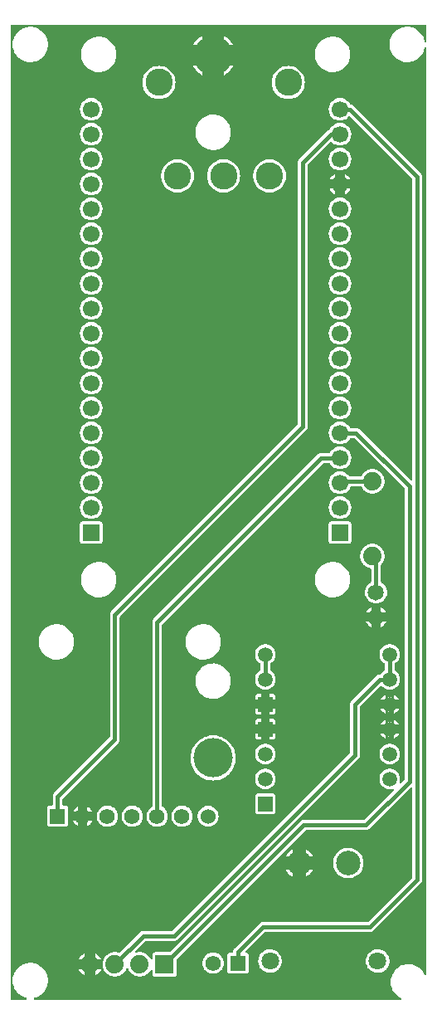
<source format=gbl>
G04 Layer: BottomLayer*
G04 EasyEDA v6.5.46, 2026-01-20 15:08:04*
G04 c055b5996b2b4ee9ab75fef97cfab9db,2531f63ba3b24be780b21f3747bff2ee,10*
G04 Gerber Generator version 0.2*
G04 Scale: 100 percent, Rotated: No, Reflected: No *
G04 Dimensions in millimeters *
G04 leading zeros omitted , absolute positions ,4 integer and 5 decimal *
%FSLAX45Y45*%
%MOMM*%

%ADD10C,0.4000*%
%ADD11C,2.5000*%
%ADD12C,1.8000*%
%ADD13C,1.7000*%
%ADD14R,1.7000X1.7000*%
%ADD15R,1.5748X1.5748*%
%ADD16C,1.5748*%
%ADD17C,1.6510*%
%ADD18R,1.8796X1.8796*%
%ADD19C,1.8796*%
%ADD20C,2.7750*%
%ADD21C,1.4986*%
%ADD22R,1.4986X1.4986*%
%ADD23C,1.5240*%
%ADD24C,4.0000*%
%ADD25C,0.0134*%

%LPD*%
G36*
X36068Y-9974072D02*
G01*
X32156Y-9973310D01*
X28905Y-9971074D01*
X26670Y-9967823D01*
X25908Y-9963912D01*
X25908Y-36068D01*
X26670Y-32156D01*
X28905Y-28905D01*
X32156Y-26670D01*
X36068Y-25908D01*
X4263948Y-25908D01*
X4267809Y-26670D01*
X4271111Y-28905D01*
X4273296Y-32156D01*
X4274058Y-36068D01*
X4274058Y-193344D01*
X4273194Y-197561D01*
X4270603Y-201015D01*
X4266844Y-203098D01*
X4262526Y-203454D01*
X4258513Y-201980D01*
X4255414Y-198932D01*
X4253890Y-194919D01*
X4253382Y-191668D01*
X4248658Y-173685D01*
X4242104Y-156311D01*
X4233773Y-139700D01*
X4223816Y-124002D01*
X4212285Y-109423D01*
X4199280Y-96113D01*
X4185056Y-84226D01*
X4169613Y-73863D01*
X4153204Y-65125D01*
X4135983Y-58115D01*
X4118152Y-52933D01*
X4099864Y-49580D01*
X4081322Y-48158D01*
X4062780Y-48666D01*
X4044340Y-51054D01*
X4026255Y-55321D01*
X4008678Y-61417D01*
X3991864Y-69291D01*
X3975963Y-78841D01*
X3961079Y-90017D01*
X3947414Y-102616D01*
X3935171Y-116585D01*
X3924401Y-131724D01*
X3915257Y-147878D01*
X3907790Y-164947D01*
X3902151Y-182626D01*
X3898341Y-200812D01*
X3896461Y-219303D01*
X3896461Y-237896D01*
X3898341Y-256387D01*
X3902151Y-274574D01*
X3907790Y-292252D01*
X3915257Y-309321D01*
X3924401Y-325475D01*
X3935171Y-340614D01*
X3947414Y-354584D01*
X3961079Y-367182D01*
X3975963Y-378358D01*
X3991864Y-387908D01*
X4008678Y-395782D01*
X4026255Y-401878D01*
X4044340Y-406146D01*
X4062780Y-408533D01*
X4081322Y-409041D01*
X4099864Y-407619D01*
X4118152Y-404266D01*
X4135983Y-399084D01*
X4153204Y-392074D01*
X4169613Y-383336D01*
X4185056Y-372973D01*
X4199280Y-361086D01*
X4212285Y-347776D01*
X4223816Y-333197D01*
X4233773Y-317500D01*
X4242104Y-300888D01*
X4248658Y-283514D01*
X4253382Y-265531D01*
X4253890Y-262280D01*
X4255414Y-258267D01*
X4258513Y-255219D01*
X4262526Y-253746D01*
X4266844Y-254101D01*
X4270603Y-256184D01*
X4273194Y-259638D01*
X4274058Y-263855D01*
X4274058Y-9714992D01*
X4273092Y-9719360D01*
X4270298Y-9722866D01*
X4266234Y-9724847D01*
X4261764Y-9724898D01*
X4257700Y-9722967D01*
X4254855Y-9719513D01*
X4246473Y-9702800D01*
X4236516Y-9687102D01*
X4224985Y-9672523D01*
X4211980Y-9659213D01*
X4197756Y-9647326D01*
X4182313Y-9636963D01*
X4165904Y-9628225D01*
X4148683Y-9621215D01*
X4130852Y-9616033D01*
X4112564Y-9612680D01*
X4094022Y-9611258D01*
X4075480Y-9611766D01*
X4057040Y-9614154D01*
X4038955Y-9618421D01*
X4021378Y-9624517D01*
X4004564Y-9632391D01*
X3988663Y-9641941D01*
X3973779Y-9653117D01*
X3960114Y-9665716D01*
X3947871Y-9679686D01*
X3937101Y-9694824D01*
X3927957Y-9710978D01*
X3920490Y-9728047D01*
X3914851Y-9745726D01*
X3911041Y-9763912D01*
X3909161Y-9782403D01*
X3909161Y-9800996D01*
X3911041Y-9819487D01*
X3914851Y-9837674D01*
X3920490Y-9855352D01*
X3927957Y-9872421D01*
X3937101Y-9888575D01*
X3947871Y-9903714D01*
X3960114Y-9917684D01*
X3973779Y-9930282D01*
X3988663Y-9941458D01*
X4004564Y-9951008D01*
X4012437Y-9954717D01*
X4015587Y-9957003D01*
X4017670Y-9960305D01*
X4018330Y-9964166D01*
X4017467Y-9967976D01*
X4015232Y-9971176D01*
X4011980Y-9973310D01*
X4008170Y-9974072D01*
X274675Y-9974072D01*
X270611Y-9973259D01*
X267258Y-9970871D01*
X265074Y-9967366D01*
X264515Y-9963302D01*
X265582Y-9959289D01*
X268173Y-9956088D01*
X271830Y-9954158D01*
X287883Y-9949484D01*
X305104Y-9942474D01*
X321513Y-9933736D01*
X336956Y-9923373D01*
X351180Y-9911486D01*
X364185Y-9898176D01*
X375716Y-9883597D01*
X385673Y-9867900D01*
X394004Y-9851288D01*
X400558Y-9833914D01*
X405282Y-9815931D01*
X408127Y-9797542D01*
X409092Y-9779000D01*
X408127Y-9760458D01*
X405282Y-9742068D01*
X400558Y-9724085D01*
X394004Y-9706711D01*
X385673Y-9690100D01*
X375716Y-9674402D01*
X364185Y-9659823D01*
X351180Y-9646513D01*
X336956Y-9634626D01*
X321513Y-9624263D01*
X305104Y-9615525D01*
X287883Y-9608515D01*
X270052Y-9603333D01*
X251764Y-9599980D01*
X233222Y-9598558D01*
X214680Y-9599066D01*
X196240Y-9601454D01*
X178155Y-9605721D01*
X160578Y-9611817D01*
X143764Y-9619691D01*
X127863Y-9629241D01*
X112979Y-9640417D01*
X99314Y-9653016D01*
X87071Y-9666986D01*
X76301Y-9682124D01*
X67157Y-9698278D01*
X59690Y-9715347D01*
X54051Y-9733026D01*
X50241Y-9751212D01*
X48361Y-9769703D01*
X48361Y-9788296D01*
X50241Y-9806787D01*
X54051Y-9824974D01*
X59690Y-9842652D01*
X67157Y-9859721D01*
X76301Y-9875875D01*
X87071Y-9891014D01*
X99314Y-9904984D01*
X112979Y-9917582D01*
X127863Y-9928758D01*
X143764Y-9938308D01*
X160578Y-9946182D01*
X178155Y-9952278D01*
X185470Y-9954006D01*
X189230Y-9955784D01*
X191973Y-9958984D01*
X193243Y-9962997D01*
X192735Y-9967163D01*
X190601Y-9970770D01*
X187198Y-9973208D01*
X183134Y-9974072D01*
G37*

%LPC*%
G36*
X1506728Y-9738410D02*
G01*
X1693672Y-9738410D01*
X1700123Y-9737750D01*
X1705813Y-9736023D01*
X1711096Y-9733229D01*
X1715719Y-9729419D01*
X1719529Y-9724796D01*
X1722323Y-9719513D01*
X1724050Y-9713823D01*
X1724710Y-9707372D01*
X1724710Y-9565030D01*
X1725472Y-9561169D01*
X1727657Y-9557867D01*
X3040532Y-8244992D01*
X3043834Y-8242757D01*
X3047746Y-8241995D01*
X3657396Y-8241995D01*
X3662019Y-8241792D01*
X3666388Y-8241233D01*
X3670655Y-8240268D01*
X3674872Y-8238947D01*
X3678936Y-8237270D01*
X3682847Y-8235238D01*
X3686556Y-8232851D01*
X3690061Y-8230158D01*
X3693464Y-8227059D01*
X4110431Y-7810093D01*
X4113733Y-7807858D01*
X4117644Y-7807096D01*
X4121505Y-7807858D01*
X4124807Y-7810093D01*
X4127042Y-7813395D01*
X4127804Y-7817256D01*
X4127804Y-8725154D01*
X4127042Y-8729065D01*
X4124807Y-8732367D01*
X3677767Y-9179407D01*
X3674465Y-9181642D01*
X3670554Y-9182404D01*
X2603703Y-9182404D01*
X2599080Y-9182608D01*
X2594711Y-9183166D01*
X2590444Y-9184132D01*
X2586228Y-9185452D01*
X2582164Y-9187129D01*
X2578252Y-9189161D01*
X2574544Y-9191548D01*
X2571038Y-9194241D01*
X2567635Y-9197340D01*
X2313940Y-9451035D01*
X2310841Y-9454438D01*
X2308148Y-9457944D01*
X2305761Y-9461652D01*
X2303729Y-9465564D01*
X2302052Y-9469628D01*
X2300732Y-9473844D01*
X2299766Y-9478111D01*
X2299157Y-9483090D01*
X2298039Y-9486544D01*
X2295753Y-9489440D01*
X2292654Y-9491319D01*
X2289048Y-9491929D01*
X2271268Y-9491929D01*
X2264816Y-9492589D01*
X2259126Y-9494316D01*
X2253843Y-9497110D01*
X2249220Y-9500920D01*
X2245410Y-9505543D01*
X2242616Y-9510826D01*
X2240889Y-9516516D01*
X2240229Y-9522968D01*
X2240229Y-9679432D01*
X2240889Y-9685883D01*
X2242616Y-9691573D01*
X2245410Y-9696856D01*
X2249220Y-9701479D01*
X2253843Y-9705289D01*
X2259126Y-9708083D01*
X2264816Y-9709810D01*
X2271268Y-9710470D01*
X2427732Y-9710470D01*
X2434183Y-9709810D01*
X2439873Y-9708083D01*
X2445156Y-9705289D01*
X2449779Y-9701479D01*
X2453589Y-9696856D01*
X2456383Y-9691573D01*
X2458110Y-9685883D01*
X2458770Y-9679432D01*
X2458770Y-9522968D01*
X2458110Y-9516516D01*
X2456383Y-9510826D01*
X2453589Y-9505543D01*
X2449779Y-9500920D01*
X2445156Y-9497110D01*
X2439873Y-9494316D01*
X2435860Y-9493097D01*
X2432202Y-9491116D01*
X2429662Y-9487814D01*
X2428646Y-9483750D01*
X2429357Y-9479686D01*
X2431643Y-9476181D01*
X2621432Y-9286392D01*
X2624734Y-9284157D01*
X2628646Y-9283395D01*
X3695496Y-9283395D01*
X3700119Y-9283192D01*
X3704488Y-9282633D01*
X3708755Y-9281668D01*
X3712972Y-9280347D01*
X3717036Y-9278670D01*
X3720947Y-9276638D01*
X3724656Y-9274251D01*
X3728161Y-9271558D01*
X3731564Y-9268460D01*
X4213860Y-8786164D01*
X4216958Y-8782761D01*
X4219651Y-8779256D01*
X4222038Y-8775547D01*
X4224070Y-8771636D01*
X4225747Y-8767572D01*
X4227068Y-8763355D01*
X4228033Y-8759088D01*
X4228592Y-8754719D01*
X4228795Y-8750096D01*
X4228795Y-1575003D01*
X4228592Y-1570380D01*
X4228033Y-1566011D01*
X4227068Y-1561744D01*
X4225747Y-1557528D01*
X4224070Y-1553464D01*
X4222038Y-1549552D01*
X4219651Y-1545844D01*
X4216958Y-1542338D01*
X4213860Y-1538935D01*
X3528364Y-853440D01*
X3524961Y-850341D01*
X3521456Y-847648D01*
X3517747Y-845261D01*
X3513836Y-843229D01*
X3509772Y-841552D01*
X3505758Y-840282D01*
X3499256Y-839063D01*
X3495141Y-837336D01*
X3492195Y-833983D01*
X3488385Y-827125D01*
X3479901Y-815390D01*
X3469944Y-804824D01*
X3458768Y-795578D01*
X3446526Y-787806D01*
X3433419Y-781608D01*
X3419601Y-777138D01*
X3405378Y-774446D01*
X3390900Y-773531D01*
X3376422Y-774446D01*
X3362198Y-777138D01*
X3348380Y-781608D01*
X3335274Y-787806D01*
X3323031Y-795578D01*
X3311855Y-804824D01*
X3301898Y-815390D01*
X3293414Y-827125D01*
X3286404Y-839825D01*
X3281070Y-853287D01*
X3277463Y-867359D01*
X3275634Y-881735D01*
X3275634Y-896264D01*
X3277463Y-910640D01*
X3281070Y-924712D01*
X3286404Y-938174D01*
X3293414Y-950874D01*
X3301898Y-962609D01*
X3311855Y-973175D01*
X3323031Y-982421D01*
X3335274Y-990193D01*
X3348380Y-996391D01*
X3362198Y-1000861D01*
X3376422Y-1003553D01*
X3390900Y-1004468D01*
X3405378Y-1003553D01*
X3419601Y-1000861D01*
X3433419Y-996391D01*
X3446526Y-990193D01*
X3458768Y-982421D01*
X3469944Y-973175D01*
X3479850Y-962609D01*
X3483152Y-960272D01*
X3487115Y-959408D01*
X3491077Y-960170D01*
X3494481Y-962406D01*
X4124807Y-1592732D01*
X4127042Y-1596034D01*
X4127804Y-1599946D01*
X4127804Y-4666843D01*
X4127042Y-4670704D01*
X4124807Y-4674006D01*
X4121505Y-4676241D01*
X4117644Y-4677003D01*
X4113733Y-4676241D01*
X4110431Y-4674006D01*
X3591864Y-4155440D01*
X3588461Y-4152341D01*
X3584956Y-4149648D01*
X3581247Y-4147261D01*
X3577336Y-4145229D01*
X3573272Y-4143552D01*
X3569055Y-4142232D01*
X3564788Y-4141266D01*
X3560419Y-4140708D01*
X3555796Y-4140504D01*
X3500678Y-4140504D01*
X3497122Y-4139844D01*
X3494024Y-4138015D01*
X3491788Y-4135221D01*
X3488385Y-4129125D01*
X3479901Y-4117390D01*
X3469944Y-4106824D01*
X3458768Y-4097578D01*
X3446526Y-4089806D01*
X3433419Y-4083608D01*
X3419601Y-4079138D01*
X3405378Y-4076446D01*
X3390900Y-4075531D01*
X3376422Y-4076446D01*
X3362198Y-4079138D01*
X3348380Y-4083608D01*
X3335274Y-4089806D01*
X3323031Y-4097578D01*
X3311855Y-4106824D01*
X3301898Y-4117390D01*
X3293414Y-4129125D01*
X3286404Y-4141825D01*
X3281070Y-4155287D01*
X3277463Y-4169359D01*
X3275634Y-4183735D01*
X3275634Y-4198264D01*
X3277463Y-4212640D01*
X3281070Y-4226712D01*
X3286404Y-4240174D01*
X3293414Y-4252874D01*
X3301898Y-4264609D01*
X3311855Y-4275175D01*
X3323031Y-4284421D01*
X3335274Y-4292193D01*
X3348380Y-4298391D01*
X3362198Y-4302861D01*
X3376422Y-4305554D01*
X3390900Y-4306468D01*
X3405378Y-4305554D01*
X3419601Y-4302861D01*
X3433419Y-4298391D01*
X3446526Y-4292193D01*
X3458768Y-4284421D01*
X3469944Y-4275175D01*
X3479901Y-4264609D01*
X3488385Y-4252874D01*
X3491788Y-4246778D01*
X3494024Y-4243984D01*
X3497122Y-4242155D01*
X3500678Y-4241495D01*
X3530854Y-4241495D01*
X3534765Y-4242257D01*
X3538067Y-4244492D01*
X4048607Y-4755032D01*
X4050842Y-4758334D01*
X4051604Y-4762246D01*
X4051604Y-7721853D01*
X4050842Y-7725765D01*
X4048607Y-7729067D01*
X4017111Y-7760563D01*
X4013301Y-7762951D01*
X4008831Y-7763459D01*
X4004564Y-7761986D01*
X4001363Y-7758836D01*
X3999839Y-7754569D01*
X4000296Y-7750098D01*
X4000703Y-7748879D01*
X4003395Y-7735366D01*
X4004310Y-7721600D01*
X4003395Y-7707833D01*
X4000703Y-7694320D01*
X3996283Y-7681264D01*
X3990187Y-7668869D01*
X3982516Y-7657439D01*
X3973423Y-7647076D01*
X3963060Y-7637983D01*
X3951630Y-7630312D01*
X3939235Y-7624216D01*
X3926179Y-7619796D01*
X3912666Y-7617104D01*
X3898900Y-7616190D01*
X3885133Y-7617104D01*
X3871620Y-7619796D01*
X3858564Y-7624216D01*
X3846169Y-7630312D01*
X3834739Y-7637983D01*
X3824376Y-7647076D01*
X3815283Y-7657439D01*
X3807612Y-7668869D01*
X3801516Y-7681264D01*
X3797096Y-7694320D01*
X3794404Y-7707833D01*
X3793490Y-7721600D01*
X3794404Y-7735366D01*
X3797096Y-7748879D01*
X3801516Y-7761935D01*
X3807612Y-7774330D01*
X3815283Y-7785760D01*
X3824376Y-7796123D01*
X3834739Y-7805216D01*
X3846169Y-7812887D01*
X3858564Y-7818983D01*
X3871620Y-7823403D01*
X3885133Y-7826095D01*
X3898900Y-7827009D01*
X3912666Y-7826095D01*
X3926179Y-7823403D01*
X3927398Y-7822996D01*
X3931869Y-7822539D01*
X3936136Y-7824063D01*
X3939286Y-7827264D01*
X3940759Y-7831531D01*
X3940251Y-7836001D01*
X3937863Y-7839811D01*
X3639667Y-8138007D01*
X3636365Y-8140242D01*
X3632454Y-8141004D01*
X3022803Y-8141004D01*
X3018180Y-8141208D01*
X3013811Y-8141766D01*
X3009544Y-8142731D01*
X3005328Y-8144052D01*
X3001264Y-8145729D01*
X2997352Y-8147761D01*
X2993644Y-8150148D01*
X2990138Y-8152841D01*
X2986735Y-8155940D01*
X1656232Y-9486442D01*
X1652930Y-9488627D01*
X1649069Y-9489389D01*
X1506728Y-9489389D01*
X1500276Y-9490049D01*
X1494586Y-9491776D01*
X1489303Y-9494570D01*
X1484680Y-9498380D01*
X1480870Y-9503003D01*
X1478076Y-9508286D01*
X1476349Y-9513976D01*
X1475689Y-9520428D01*
X1475689Y-9551619D01*
X1474774Y-9555886D01*
X1472133Y-9559340D01*
X1468272Y-9561423D01*
X1463903Y-9561626D01*
X1459839Y-9560001D01*
X1456842Y-9556851D01*
X1448612Y-9543186D01*
X1439367Y-9531350D01*
X1428750Y-9520732D01*
X1416913Y-9511487D01*
X1404061Y-9503664D01*
X1390345Y-9497517D01*
X1375968Y-9493046D01*
X1361186Y-9490354D01*
X1346200Y-9489440D01*
X1331214Y-9490354D01*
X1316431Y-9493046D01*
X1309370Y-9495231D01*
X1304950Y-9495586D01*
X1300734Y-9494012D01*
X1297686Y-9490811D01*
X1296263Y-9486544D01*
X1296771Y-9482124D01*
X1299159Y-9478365D01*
X1402232Y-9375292D01*
X1405534Y-9373057D01*
X1409446Y-9372295D01*
X1701596Y-9372295D01*
X1706219Y-9372092D01*
X1710588Y-9371533D01*
X1714855Y-9370568D01*
X1719072Y-9369247D01*
X1723136Y-9367570D01*
X1727047Y-9365538D01*
X1730756Y-9363151D01*
X1734261Y-9360458D01*
X1737664Y-9357360D01*
X3578860Y-7516164D01*
X3581958Y-7512761D01*
X3584651Y-7509256D01*
X3587038Y-7505547D01*
X3589070Y-7501636D01*
X3590747Y-7497572D01*
X3592068Y-7493355D01*
X3593033Y-7489088D01*
X3593592Y-7484719D01*
X3593795Y-7480096D01*
X3593795Y-6984746D01*
X3594557Y-6980834D01*
X3596792Y-6977532D01*
X3802583Y-6771741D01*
X3806037Y-6769455D01*
X3810101Y-6768744D01*
X3814114Y-6769760D01*
X3817416Y-6772198D01*
X3824376Y-6780123D01*
X3834739Y-6789216D01*
X3846169Y-6796887D01*
X3858564Y-6802983D01*
X3871620Y-6807403D01*
X3885133Y-6810095D01*
X3898900Y-6811009D01*
X3912666Y-6810095D01*
X3926179Y-6807403D01*
X3939235Y-6802983D01*
X3951630Y-6796887D01*
X3963060Y-6789216D01*
X3973423Y-6780123D01*
X3982516Y-6769760D01*
X3990187Y-6758330D01*
X3996283Y-6745935D01*
X4000703Y-6732879D01*
X4003395Y-6719366D01*
X4004310Y-6705600D01*
X4003395Y-6691833D01*
X4000703Y-6678320D01*
X3996283Y-6665264D01*
X3990187Y-6652869D01*
X3982516Y-6641439D01*
X3973423Y-6631076D01*
X3963060Y-6621983D01*
X3953916Y-6615836D01*
X3951528Y-6613601D01*
X3949954Y-6610654D01*
X3949395Y-6607403D01*
X3949395Y-6549796D01*
X3949954Y-6546545D01*
X3951528Y-6543598D01*
X3953916Y-6541363D01*
X3963060Y-6535216D01*
X3973423Y-6526123D01*
X3982516Y-6515760D01*
X3990187Y-6504330D01*
X3996283Y-6491935D01*
X4000703Y-6478879D01*
X4003395Y-6465366D01*
X4004310Y-6451600D01*
X4003395Y-6437833D01*
X4000703Y-6424320D01*
X3996283Y-6411264D01*
X3990187Y-6398869D01*
X3982516Y-6387439D01*
X3973423Y-6377076D01*
X3963060Y-6367983D01*
X3951630Y-6360312D01*
X3939235Y-6354216D01*
X3926179Y-6349796D01*
X3912666Y-6347104D01*
X3898900Y-6346190D01*
X3885133Y-6347104D01*
X3871620Y-6349796D01*
X3858564Y-6354216D01*
X3846169Y-6360312D01*
X3834739Y-6367983D01*
X3824376Y-6377076D01*
X3815283Y-6387439D01*
X3807612Y-6398869D01*
X3801516Y-6411264D01*
X3797096Y-6424320D01*
X3794404Y-6437833D01*
X3793490Y-6451600D01*
X3794404Y-6465366D01*
X3797096Y-6478879D01*
X3801516Y-6491935D01*
X3807612Y-6504330D01*
X3815283Y-6515760D01*
X3824376Y-6526123D01*
X3834739Y-6535216D01*
X3843883Y-6541363D01*
X3846271Y-6543598D01*
X3847846Y-6546545D01*
X3848404Y-6549796D01*
X3848404Y-6607403D01*
X3847846Y-6610654D01*
X3846271Y-6613601D01*
X3843883Y-6615836D01*
X3834739Y-6621983D01*
X3824376Y-6631076D01*
X3815283Y-6641439D01*
X3809136Y-6650583D01*
X3806951Y-6652920D01*
X3804158Y-6654495D01*
X3800957Y-6655104D01*
X3792829Y-6655308D01*
X3788511Y-6655866D01*
X3784244Y-6656831D01*
X3780028Y-6658152D01*
X3775964Y-6659829D01*
X3772052Y-6661861D01*
X3768344Y-6664248D01*
X3764838Y-6666941D01*
X3761435Y-6670040D01*
X3507740Y-6923735D01*
X3504641Y-6927138D01*
X3501948Y-6930644D01*
X3499561Y-6934352D01*
X3497529Y-6938264D01*
X3495852Y-6942328D01*
X3494532Y-6946544D01*
X3493566Y-6950811D01*
X3493008Y-6955180D01*
X3492804Y-6959803D01*
X3492804Y-7455153D01*
X3492042Y-7459065D01*
X3489807Y-7462367D01*
X1683867Y-9268307D01*
X1680565Y-9270542D01*
X1676654Y-9271304D01*
X1384503Y-9271304D01*
X1379880Y-9271508D01*
X1375511Y-9272066D01*
X1371244Y-9273032D01*
X1367028Y-9274352D01*
X1362964Y-9276029D01*
X1359052Y-9278061D01*
X1355344Y-9280448D01*
X1351838Y-9283141D01*
X1348435Y-9286240D01*
X1141323Y-9493351D01*
X1138275Y-9495434D01*
X1134719Y-9496348D01*
X1131112Y-9495891D01*
X1121968Y-9493046D01*
X1107186Y-9490354D01*
X1092200Y-9489440D01*
X1077214Y-9490354D01*
X1062431Y-9493046D01*
X1048054Y-9497517D01*
X1034338Y-9503664D01*
X1021486Y-9511487D01*
X1009650Y-9520732D01*
X999032Y-9531350D01*
X989787Y-9543186D01*
X981964Y-9556038D01*
X975817Y-9569754D01*
X971346Y-9584131D01*
X968654Y-9598914D01*
X967740Y-9613900D01*
X968654Y-9628886D01*
X971346Y-9643668D01*
X975817Y-9658045D01*
X981964Y-9671761D01*
X989787Y-9684613D01*
X999032Y-9696450D01*
X1009650Y-9707067D01*
X1021486Y-9716312D01*
X1034338Y-9724136D01*
X1048054Y-9730282D01*
X1062431Y-9734753D01*
X1077214Y-9737445D01*
X1092200Y-9738360D01*
X1107186Y-9737445D01*
X1121968Y-9734753D01*
X1136345Y-9730282D01*
X1150061Y-9724136D01*
X1162913Y-9716312D01*
X1174750Y-9707067D01*
X1185367Y-9696450D01*
X1194612Y-9684613D01*
X1202436Y-9671761D01*
X1208582Y-9658045D01*
X1209497Y-9655098D01*
X1211580Y-9651390D01*
X1215034Y-9648850D01*
X1219200Y-9647936D01*
X1223365Y-9648850D01*
X1226820Y-9651390D01*
X1228902Y-9655098D01*
X1229817Y-9658045D01*
X1235964Y-9671761D01*
X1243787Y-9684613D01*
X1253032Y-9696450D01*
X1263650Y-9707067D01*
X1275486Y-9716312D01*
X1288338Y-9724136D01*
X1302054Y-9730282D01*
X1316431Y-9734753D01*
X1331214Y-9737445D01*
X1346200Y-9738360D01*
X1361186Y-9737445D01*
X1375968Y-9734753D01*
X1390345Y-9730282D01*
X1404061Y-9724136D01*
X1416913Y-9716312D01*
X1428750Y-9707067D01*
X1439367Y-9696450D01*
X1448612Y-9684613D01*
X1456842Y-9670948D01*
X1459839Y-9667798D01*
X1463903Y-9666173D01*
X1468272Y-9666376D01*
X1472133Y-9668459D01*
X1474774Y-9671913D01*
X1475689Y-9676180D01*
X1475689Y-9707372D01*
X1476349Y-9713823D01*
X1478076Y-9719513D01*
X1480870Y-9724796D01*
X1484680Y-9729419D01*
X1489303Y-9733229D01*
X1494586Y-9736023D01*
X1500276Y-9737750D01*
G37*
G36*
X784860Y-9726117D02*
G01*
X784860Y-9667240D01*
X725982Y-9667240D01*
X727964Y-9671761D01*
X735787Y-9684613D01*
X745032Y-9696450D01*
X755650Y-9707067D01*
X767486Y-9716312D01*
X780338Y-9724136D01*
G37*
G36*
X891540Y-9726117D02*
G01*
X896061Y-9724136D01*
X908913Y-9716312D01*
X920750Y-9707067D01*
X931367Y-9696450D01*
X940612Y-9684613D01*
X948436Y-9671761D01*
X950417Y-9667240D01*
X891540Y-9667240D01*
G37*
G36*
X2088489Y-9710216D02*
G01*
X2102510Y-9710216D01*
X2116378Y-9708388D01*
X2129942Y-9704882D01*
X2142896Y-9699599D01*
X2155088Y-9692741D01*
X2166315Y-9684359D01*
X2176373Y-9674656D01*
X2185060Y-9663684D01*
X2192324Y-9651746D01*
X2198014Y-9638944D01*
X2201976Y-9625482D01*
X2204212Y-9611664D01*
X2204669Y-9597694D01*
X2203348Y-9583775D01*
X2200198Y-9570110D01*
X2195372Y-9557004D01*
X2188921Y-9544558D01*
X2180894Y-9533077D01*
X2171496Y-9522714D01*
X2160828Y-9513671D01*
X2149094Y-9506051D01*
X2136495Y-9499955D01*
X2123186Y-9495536D01*
X2109470Y-9492894D01*
X2095500Y-9491980D01*
X2081530Y-9492894D01*
X2067814Y-9495536D01*
X2054504Y-9499955D01*
X2041906Y-9506051D01*
X2030171Y-9513671D01*
X2019503Y-9522714D01*
X2010105Y-9533077D01*
X2002078Y-9544558D01*
X1995627Y-9557004D01*
X1990801Y-9570110D01*
X1987651Y-9583775D01*
X1986330Y-9597694D01*
X1986788Y-9611664D01*
X1989023Y-9625482D01*
X1992985Y-9638944D01*
X1998675Y-9651746D01*
X2005939Y-9663684D01*
X2014626Y-9674656D01*
X2024684Y-9684359D01*
X2035911Y-9692741D01*
X2048103Y-9699599D01*
X2061057Y-9704882D01*
X2074621Y-9708388D01*
G37*
G36*
X3772052Y-9700920D02*
G01*
X3786886Y-9700463D01*
X3801567Y-9698177D01*
X3815842Y-9694164D01*
X3829507Y-9688372D01*
X3842359Y-9680956D01*
X3854196Y-9672015D01*
X3864813Y-9661652D01*
X3874109Y-9650120D01*
X3881932Y-9637522D01*
X3888130Y-9624009D01*
X3892651Y-9609886D01*
X3895344Y-9595307D01*
X3896258Y-9580524D01*
X3895344Y-9565690D01*
X3892651Y-9551111D01*
X3888130Y-9536988D01*
X3881932Y-9523476D01*
X3874109Y-9510877D01*
X3864813Y-9499346D01*
X3854196Y-9488982D01*
X3842359Y-9480042D01*
X3829507Y-9472625D01*
X3815842Y-9466884D01*
X3801567Y-9462820D01*
X3786886Y-9460534D01*
X3772052Y-9460077D01*
X3757320Y-9461449D01*
X3742791Y-9464598D01*
X3728821Y-9469526D01*
X3715562Y-9476130D01*
X3703167Y-9484360D01*
X3691890Y-9494012D01*
X3681933Y-9504984D01*
X3673348Y-9517075D01*
X3666337Y-9530130D01*
X3660952Y-9543999D01*
X3657346Y-9558375D01*
X3655517Y-9573107D01*
X3655517Y-9587941D01*
X3657346Y-9602622D01*
X3660952Y-9617049D01*
X3666337Y-9630867D01*
X3673348Y-9643922D01*
X3681933Y-9656064D01*
X3691890Y-9666986D01*
X3703167Y-9676638D01*
X3715562Y-9684867D01*
X3728821Y-9691471D01*
X3742791Y-9696399D01*
X3757320Y-9699548D01*
G37*
G36*
X2672080Y-9700920D02*
G01*
X2686913Y-9700463D01*
X2701544Y-9698177D01*
X2715818Y-9694164D01*
X2729484Y-9688372D01*
X2742336Y-9680956D01*
X2754172Y-9672015D01*
X2764840Y-9661652D01*
X2774137Y-9650120D01*
X2781960Y-9637522D01*
X2788158Y-9624009D01*
X2792628Y-9609886D01*
X2795371Y-9595307D01*
X2796286Y-9580524D01*
X2795371Y-9565690D01*
X2792628Y-9551111D01*
X2788158Y-9536988D01*
X2781960Y-9523476D01*
X2774137Y-9510877D01*
X2764840Y-9499346D01*
X2754172Y-9488982D01*
X2742336Y-9480042D01*
X2729484Y-9472625D01*
X2715818Y-9466884D01*
X2701544Y-9462820D01*
X2686913Y-9460534D01*
X2672080Y-9460077D01*
X2657297Y-9461449D01*
X2642819Y-9464598D01*
X2628849Y-9469526D01*
X2615539Y-9476130D01*
X2603195Y-9484360D01*
X2591917Y-9494012D01*
X2581910Y-9504984D01*
X2573324Y-9517075D01*
X2566314Y-9530130D01*
X2560980Y-9543999D01*
X2557373Y-9558375D01*
X2555544Y-9573107D01*
X2555544Y-9587941D01*
X2557373Y-9602622D01*
X2560980Y-9617049D01*
X2566314Y-9630867D01*
X2573324Y-9643922D01*
X2581910Y-9656064D01*
X2591917Y-9666986D01*
X2603195Y-9676638D01*
X2615539Y-9684867D01*
X2628849Y-9691471D01*
X2642819Y-9696399D01*
X2657297Y-9699548D01*
G37*
G36*
X725982Y-9560560D02*
G01*
X784860Y-9560560D01*
X784860Y-9501682D01*
X780338Y-9503664D01*
X767486Y-9511487D01*
X755650Y-9520732D01*
X745032Y-9531350D01*
X735787Y-9543186D01*
X727964Y-9556038D01*
G37*
G36*
X891540Y-9560560D02*
G01*
X950417Y-9560560D01*
X948436Y-9556038D01*
X940612Y-9543186D01*
X931367Y-9531350D01*
X920750Y-9520732D01*
X908913Y-9511487D01*
X896061Y-9503664D01*
X891540Y-9501682D01*
G37*
G36*
X3480054Y-8735923D02*
G01*
X3497122Y-8734501D01*
X3513937Y-8731250D01*
X3530295Y-8726119D01*
X3545992Y-8719261D01*
X3560826Y-8710676D01*
X3574643Y-8700516D01*
X3587242Y-8688933D01*
X3598468Y-8676030D01*
X3608273Y-8661908D01*
X3616401Y-8646871D01*
X3622852Y-8630970D01*
X3627526Y-8614511D01*
X3630320Y-8597595D01*
X3631285Y-8580526D01*
X3630320Y-8563406D01*
X3627526Y-8546490D01*
X3622852Y-8530031D01*
X3616401Y-8514130D01*
X3608273Y-8499094D01*
X3598468Y-8484971D01*
X3587242Y-8472068D01*
X3574643Y-8460486D01*
X3560826Y-8450326D01*
X3545992Y-8441740D01*
X3530295Y-8434882D01*
X3513937Y-8429752D01*
X3497122Y-8426500D01*
X3480054Y-8425078D01*
X3462934Y-8425535D01*
X3445967Y-8427872D01*
X3429355Y-8432088D01*
X3413302Y-8438083D01*
X3398062Y-8445855D01*
X3383686Y-8455202D01*
X3370478Y-8466124D01*
X3358540Y-8478367D01*
X3348024Y-8491880D01*
X3339033Y-8506510D01*
X3331718Y-8522004D01*
X3326180Y-8538210D01*
X3322421Y-8554923D01*
X3320542Y-8571941D01*
X3320542Y-8589060D01*
X3322421Y-8606078D01*
X3326180Y-8622792D01*
X3331718Y-8638997D01*
X3339033Y-8654491D01*
X3348024Y-8669121D01*
X3358540Y-8682634D01*
X3370478Y-8694877D01*
X3383686Y-8705799D01*
X3398062Y-8715146D01*
X3413302Y-8722918D01*
X3429355Y-8728913D01*
X3445967Y-8733129D01*
X3462934Y-8735466D01*
G37*
G36*
X3044647Y-8719820D02*
G01*
X3046018Y-8719261D01*
X3060852Y-8710676D01*
X3074619Y-8700516D01*
X3087217Y-8688933D01*
X3098495Y-8676030D01*
X3108248Y-8661908D01*
X3115056Y-8649360D01*
X3044647Y-8649360D01*
G37*
G36*
X2906928Y-8719667D02*
G01*
X2906928Y-8649360D01*
X2836621Y-8649360D01*
X2839059Y-8654491D01*
X2848000Y-8669121D01*
X2858516Y-8682634D01*
X2870454Y-8694877D01*
X2883712Y-8705799D01*
X2898038Y-8715146D01*
G37*
G36*
X2836621Y-8511641D02*
G01*
X2906928Y-8511641D01*
X2906928Y-8441334D01*
X2898038Y-8445855D01*
X2883712Y-8455202D01*
X2870454Y-8466124D01*
X2858516Y-8478367D01*
X2848000Y-8491880D01*
X2839059Y-8506510D01*
G37*
G36*
X3044647Y-8511641D02*
G01*
X3115056Y-8511641D01*
X3108248Y-8499094D01*
X3098495Y-8484971D01*
X3087217Y-8472068D01*
X3074619Y-8460486D01*
X3060852Y-8450326D01*
X3046018Y-8441740D01*
X3044647Y-8441182D01*
G37*
G36*
X429768Y-8211870D02*
G01*
X586232Y-8211870D01*
X592683Y-8211210D01*
X598373Y-8209483D01*
X603656Y-8206689D01*
X608279Y-8202879D01*
X612089Y-8198256D01*
X614883Y-8192973D01*
X616610Y-8187283D01*
X617270Y-8180831D01*
X617270Y-8024368D01*
X616610Y-8017916D01*
X614883Y-8012226D01*
X612089Y-8006943D01*
X608279Y-8002320D01*
X603656Y-7998510D01*
X598373Y-7995716D01*
X592683Y-7993989D01*
X586232Y-7993329D01*
X568655Y-7993329D01*
X564794Y-7992567D01*
X561492Y-7990382D01*
X559257Y-7987080D01*
X558495Y-7983169D01*
X558495Y-7924546D01*
X559257Y-7920634D01*
X561492Y-7917332D01*
X1127760Y-7351064D01*
X1130858Y-7347661D01*
X1133551Y-7344156D01*
X1135938Y-7340447D01*
X1137970Y-7336536D01*
X1139647Y-7332472D01*
X1140968Y-7328255D01*
X1141933Y-7323988D01*
X1142492Y-7319619D01*
X1142695Y-7314996D01*
X1142695Y-6070346D01*
X1143457Y-6066434D01*
X1145692Y-6063132D01*
X3045460Y-4163364D01*
X3048558Y-4159961D01*
X3051251Y-4156456D01*
X3053638Y-4152747D01*
X3055670Y-4148836D01*
X3057347Y-4144772D01*
X3058668Y-4140555D01*
X3059633Y-4136288D01*
X3060192Y-4131919D01*
X3060395Y-4127296D01*
X3060395Y-1460246D01*
X3061157Y-1456334D01*
X3063392Y-1453032D01*
X3293465Y-1222959D01*
X3296869Y-1220724D01*
X3300831Y-1219962D01*
X3304794Y-1220825D01*
X3308096Y-1223162D01*
X3311855Y-1227175D01*
X3323031Y-1236421D01*
X3335274Y-1244193D01*
X3348380Y-1250391D01*
X3362198Y-1254861D01*
X3376422Y-1257554D01*
X3390900Y-1258468D01*
X3405378Y-1257554D01*
X3419601Y-1254861D01*
X3433419Y-1250391D01*
X3446526Y-1244193D01*
X3458768Y-1236421D01*
X3469944Y-1227175D01*
X3479901Y-1216609D01*
X3488385Y-1204874D01*
X3495395Y-1192174D01*
X3500729Y-1178712D01*
X3504336Y-1164640D01*
X3506165Y-1150264D01*
X3506165Y-1135735D01*
X3504336Y-1121359D01*
X3500729Y-1107287D01*
X3495395Y-1093825D01*
X3488385Y-1081125D01*
X3479901Y-1069390D01*
X3469944Y-1058824D01*
X3458768Y-1049578D01*
X3446526Y-1041806D01*
X3433419Y-1035608D01*
X3419601Y-1031138D01*
X3405378Y-1028446D01*
X3390900Y-1027531D01*
X3376422Y-1028446D01*
X3362198Y-1031138D01*
X3348380Y-1035608D01*
X3335274Y-1041806D01*
X3323031Y-1049578D01*
X3311855Y-1058824D01*
X3301898Y-1069390D01*
X3293414Y-1081125D01*
X3287318Y-1092149D01*
X3285032Y-1094994D01*
X3276752Y-1099261D01*
X3273044Y-1101648D01*
X3269538Y-1104341D01*
X3266135Y-1107440D01*
X2974340Y-1399235D01*
X2971241Y-1402638D01*
X2968548Y-1406144D01*
X2966161Y-1409852D01*
X2964129Y-1413764D01*
X2962452Y-1417828D01*
X2961132Y-1422044D01*
X2960166Y-1426311D01*
X2959608Y-1430680D01*
X2959404Y-1435303D01*
X2959404Y-4102354D01*
X2958642Y-4106265D01*
X2956407Y-4109567D01*
X1056640Y-6009335D01*
X1053541Y-6012738D01*
X1050848Y-6016244D01*
X1048461Y-6019952D01*
X1046429Y-6023864D01*
X1044752Y-6027928D01*
X1043432Y-6032144D01*
X1042466Y-6036411D01*
X1041908Y-6040780D01*
X1041704Y-6045403D01*
X1041704Y-7290053D01*
X1040942Y-7293965D01*
X1038707Y-7297267D01*
X472440Y-7863535D01*
X469341Y-7866938D01*
X466648Y-7870444D01*
X464261Y-7874152D01*
X462229Y-7878064D01*
X460552Y-7882128D01*
X459232Y-7886344D01*
X458266Y-7890611D01*
X457708Y-7894980D01*
X457504Y-7899603D01*
X457504Y-7983169D01*
X456742Y-7987080D01*
X454507Y-7990382D01*
X451205Y-7992567D01*
X447344Y-7993329D01*
X429768Y-7993329D01*
X423316Y-7993989D01*
X417626Y-7995716D01*
X412343Y-7998510D01*
X407720Y-8002320D01*
X403910Y-8006943D01*
X401116Y-8012226D01*
X399389Y-8017916D01*
X398729Y-8024368D01*
X398729Y-8180831D01*
X399389Y-8187283D01*
X401116Y-8192973D01*
X403910Y-8198256D01*
X407720Y-8202879D01*
X412343Y-8206689D01*
X417626Y-8209483D01*
X423316Y-8211210D01*
G37*
G36*
X1019505Y-8211769D02*
G01*
X1033424Y-8210448D01*
X1047089Y-8207298D01*
X1060196Y-8202472D01*
X1072642Y-8196021D01*
X1084122Y-8187994D01*
X1094486Y-8178596D01*
X1103528Y-8167928D01*
X1111148Y-8156194D01*
X1117244Y-8143595D01*
X1121664Y-8130286D01*
X1124305Y-8116570D01*
X1125220Y-8102600D01*
X1124305Y-8088630D01*
X1121664Y-8074914D01*
X1117244Y-8061604D01*
X1111148Y-8049006D01*
X1103528Y-8037271D01*
X1094486Y-8026603D01*
X1084122Y-8017205D01*
X1072642Y-8009178D01*
X1060196Y-8002727D01*
X1047089Y-7997901D01*
X1033424Y-7994751D01*
X1019505Y-7993430D01*
X1005535Y-7993888D01*
X991717Y-7996123D01*
X978255Y-8000085D01*
X965453Y-8005775D01*
X953516Y-8013039D01*
X942543Y-8021726D01*
X932840Y-8031784D01*
X924458Y-8043011D01*
X917600Y-8055203D01*
X912317Y-8068157D01*
X908812Y-8081721D01*
X906983Y-8095589D01*
X906983Y-8109610D01*
X908812Y-8123478D01*
X912317Y-8137042D01*
X917600Y-8149996D01*
X924458Y-8162188D01*
X932840Y-8173415D01*
X942543Y-8183473D01*
X953516Y-8192160D01*
X965453Y-8199424D01*
X978255Y-8205114D01*
X991717Y-8209076D01*
X1005535Y-8211312D01*
G37*
G36*
X1273505Y-8211769D02*
G01*
X1287424Y-8210448D01*
X1301089Y-8207298D01*
X1314196Y-8202472D01*
X1326642Y-8196021D01*
X1338122Y-8187994D01*
X1348486Y-8178596D01*
X1357528Y-8167928D01*
X1365148Y-8156194D01*
X1371244Y-8143595D01*
X1375664Y-8130286D01*
X1378305Y-8116570D01*
X1379220Y-8102600D01*
X1378305Y-8088630D01*
X1375664Y-8074914D01*
X1371244Y-8061604D01*
X1365148Y-8049006D01*
X1357528Y-8037271D01*
X1348486Y-8026603D01*
X1338122Y-8017205D01*
X1326642Y-8009178D01*
X1314196Y-8002727D01*
X1301089Y-7997901D01*
X1287424Y-7994751D01*
X1273505Y-7993430D01*
X1259535Y-7993888D01*
X1245717Y-7996123D01*
X1232255Y-8000085D01*
X1219454Y-8005775D01*
X1207516Y-8013039D01*
X1196543Y-8021726D01*
X1186840Y-8031784D01*
X1178458Y-8043011D01*
X1171600Y-8055203D01*
X1166317Y-8068157D01*
X1162812Y-8081721D01*
X1160983Y-8095589D01*
X1160983Y-8109610D01*
X1162812Y-8123478D01*
X1166317Y-8137042D01*
X1171600Y-8149996D01*
X1178458Y-8162188D01*
X1186840Y-8173415D01*
X1196543Y-8183473D01*
X1207516Y-8192160D01*
X1219454Y-8199424D01*
X1232255Y-8205114D01*
X1245717Y-8209076D01*
X1259535Y-8211312D01*
G37*
G36*
X1781505Y-8211769D02*
G01*
X1795424Y-8210448D01*
X1809089Y-8207298D01*
X1822196Y-8202472D01*
X1834642Y-8196021D01*
X1846122Y-8187994D01*
X1856486Y-8178596D01*
X1865528Y-8167928D01*
X1873148Y-8156194D01*
X1879244Y-8143595D01*
X1883664Y-8130286D01*
X1886305Y-8116570D01*
X1887220Y-8102600D01*
X1886305Y-8088630D01*
X1883664Y-8074914D01*
X1879244Y-8061604D01*
X1873148Y-8049006D01*
X1865528Y-8037271D01*
X1856486Y-8026603D01*
X1846122Y-8017205D01*
X1834642Y-8009178D01*
X1822196Y-8002727D01*
X1809089Y-7997901D01*
X1795424Y-7994751D01*
X1781505Y-7993430D01*
X1767535Y-7993888D01*
X1753717Y-7996123D01*
X1740255Y-8000085D01*
X1727454Y-8005775D01*
X1715516Y-8013039D01*
X1704543Y-8021726D01*
X1694840Y-8031784D01*
X1686458Y-8043011D01*
X1679600Y-8055203D01*
X1674317Y-8068157D01*
X1670812Y-8081721D01*
X1668983Y-8095589D01*
X1668983Y-8109610D01*
X1670812Y-8123478D01*
X1674317Y-8137042D01*
X1679600Y-8149996D01*
X1686458Y-8162188D01*
X1694840Y-8173415D01*
X1704543Y-8183473D01*
X1715516Y-8192160D01*
X1727454Y-8199424D01*
X1740255Y-8205114D01*
X1753717Y-8209076D01*
X1767535Y-8211312D01*
G37*
G36*
X1527505Y-8211769D02*
G01*
X1541424Y-8210448D01*
X1555089Y-8207298D01*
X1568196Y-8202472D01*
X1580642Y-8196021D01*
X1592122Y-8187994D01*
X1602486Y-8178596D01*
X1611528Y-8167928D01*
X1619148Y-8156194D01*
X1625244Y-8143595D01*
X1629664Y-8130286D01*
X1632305Y-8116570D01*
X1633220Y-8102600D01*
X1632305Y-8088630D01*
X1629664Y-8074914D01*
X1625244Y-8061604D01*
X1619148Y-8049006D01*
X1611528Y-8037271D01*
X1602486Y-8026603D01*
X1592122Y-8017205D01*
X1577086Y-8006588D01*
X1575155Y-8003438D01*
X1574495Y-7999831D01*
X1574495Y-6146546D01*
X1575257Y-6142634D01*
X1577492Y-6139332D01*
X3218332Y-4498492D01*
X3221634Y-4496257D01*
X3225546Y-4495495D01*
X3281121Y-4495495D01*
X3284677Y-4496155D01*
X3287776Y-4497984D01*
X3290011Y-4500778D01*
X3293414Y-4506874D01*
X3301898Y-4518609D01*
X3311855Y-4529175D01*
X3323031Y-4538421D01*
X3335274Y-4546193D01*
X3348380Y-4552391D01*
X3362198Y-4556861D01*
X3376422Y-4559554D01*
X3390900Y-4560468D01*
X3405378Y-4559554D01*
X3419601Y-4556861D01*
X3433419Y-4552391D01*
X3446526Y-4546193D01*
X3458768Y-4538421D01*
X3469944Y-4529175D01*
X3479901Y-4518609D01*
X3488385Y-4506874D01*
X3495395Y-4494174D01*
X3500729Y-4480712D01*
X3504336Y-4466640D01*
X3506165Y-4452264D01*
X3506165Y-4437735D01*
X3504336Y-4423359D01*
X3500729Y-4409287D01*
X3495395Y-4395825D01*
X3488385Y-4383125D01*
X3479901Y-4371390D01*
X3469944Y-4360824D01*
X3458768Y-4351578D01*
X3446526Y-4343806D01*
X3433419Y-4337608D01*
X3419601Y-4333138D01*
X3405378Y-4330446D01*
X3390900Y-4329531D01*
X3376422Y-4330446D01*
X3362198Y-4333138D01*
X3348380Y-4337608D01*
X3335274Y-4343806D01*
X3323031Y-4351578D01*
X3311855Y-4360824D01*
X3301898Y-4371390D01*
X3293414Y-4383125D01*
X3290011Y-4389221D01*
X3287776Y-4392015D01*
X3284677Y-4393844D01*
X3281121Y-4394504D01*
X3200603Y-4394504D01*
X3195980Y-4394708D01*
X3191611Y-4395266D01*
X3187344Y-4396232D01*
X3183128Y-4397552D01*
X3179064Y-4399229D01*
X3175152Y-4401261D01*
X3171444Y-4403648D01*
X3167938Y-4406341D01*
X3164535Y-4409440D01*
X1488440Y-6085535D01*
X1485341Y-6088938D01*
X1482648Y-6092444D01*
X1480261Y-6096152D01*
X1478229Y-6100064D01*
X1476552Y-6104128D01*
X1475232Y-6108344D01*
X1474266Y-6112611D01*
X1473708Y-6116980D01*
X1473504Y-6121603D01*
X1473504Y-8000034D01*
X1472895Y-8003438D01*
X1471218Y-8006435D01*
X1468577Y-8008721D01*
X1461516Y-8013039D01*
X1450543Y-8021726D01*
X1440840Y-8031784D01*
X1432458Y-8043011D01*
X1425600Y-8055203D01*
X1420317Y-8068157D01*
X1416812Y-8081721D01*
X1414983Y-8095589D01*
X1414983Y-8109610D01*
X1416812Y-8123478D01*
X1420317Y-8137042D01*
X1425600Y-8149996D01*
X1432458Y-8162188D01*
X1440840Y-8173415D01*
X1450543Y-8183473D01*
X1461516Y-8192160D01*
X1473454Y-8199424D01*
X1486255Y-8205114D01*
X1499717Y-8209076D01*
X1513535Y-8211312D01*
G37*
G36*
X2044700Y-8209280D02*
G01*
X2058619Y-8208365D01*
X2072335Y-8205673D01*
X2085543Y-8201152D01*
X2098040Y-8195005D01*
X2109622Y-8187232D01*
X2120138Y-8178038D01*
X2129332Y-8167522D01*
X2137105Y-8155940D01*
X2143252Y-8143443D01*
X2147773Y-8130235D01*
X2150465Y-8116519D01*
X2151380Y-8102600D01*
X2150465Y-8088680D01*
X2147773Y-8074964D01*
X2143252Y-8061756D01*
X2137105Y-8049259D01*
X2129332Y-8037677D01*
X2120138Y-8027162D01*
X2109622Y-8017967D01*
X2098040Y-8010194D01*
X2085543Y-8004048D01*
X2072335Y-7999526D01*
X2058619Y-7996834D01*
X2044700Y-7995920D01*
X2030780Y-7996834D01*
X2017064Y-7999526D01*
X2003856Y-8004048D01*
X1991360Y-8010194D01*
X1979777Y-8017967D01*
X1969262Y-8027162D01*
X1960067Y-8037677D01*
X1952294Y-8049259D01*
X1946148Y-8061756D01*
X1941626Y-8074964D01*
X1938934Y-8088680D01*
X1938020Y-8102600D01*
X1938934Y-8116519D01*
X1941626Y-8130235D01*
X1946148Y-8143443D01*
X1952294Y-8155940D01*
X1960067Y-8167522D01*
X1969262Y-8178038D01*
X1979777Y-8187232D01*
X1991360Y-8195005D01*
X2003856Y-8201152D01*
X2017064Y-8205673D01*
X2030780Y-8208365D01*
G37*
G36*
X807720Y-8201710D02*
G01*
X818641Y-8196021D01*
X830122Y-8187994D01*
X840486Y-8178596D01*
X849528Y-8167928D01*
X857148Y-8156194D01*
X860958Y-8148320D01*
X807720Y-8148320D01*
G37*
G36*
X716280Y-8201558D02*
G01*
X716280Y-8148320D01*
X662889Y-8148320D01*
X663600Y-8149996D01*
X670458Y-8162188D01*
X678840Y-8173415D01*
X688543Y-8183473D01*
X699516Y-8192160D01*
X711454Y-8199424D01*
G37*
G36*
X2554478Y-8081060D02*
G01*
X2703322Y-8081060D01*
X2709773Y-8080400D01*
X2715463Y-8078673D01*
X2720746Y-8075879D01*
X2725369Y-8072069D01*
X2729179Y-8067446D01*
X2731973Y-8062163D01*
X2733700Y-8056473D01*
X2734360Y-8050022D01*
X2734360Y-7901178D01*
X2733700Y-7894726D01*
X2731973Y-7889036D01*
X2729179Y-7883753D01*
X2725369Y-7879130D01*
X2720746Y-7875320D01*
X2715463Y-7872526D01*
X2709773Y-7870799D01*
X2703322Y-7870139D01*
X2554478Y-7870139D01*
X2548026Y-7870799D01*
X2542336Y-7872526D01*
X2537053Y-7875320D01*
X2532430Y-7879130D01*
X2528620Y-7883753D01*
X2525826Y-7889036D01*
X2524099Y-7894726D01*
X2523439Y-7901178D01*
X2523439Y-8050022D01*
X2524099Y-8056473D01*
X2525826Y-8062163D01*
X2528620Y-8067446D01*
X2532430Y-8072069D01*
X2537053Y-8075879D01*
X2542336Y-8078673D01*
X2548026Y-8080400D01*
G37*
G36*
X662889Y-8056880D02*
G01*
X716280Y-8056880D01*
X716280Y-8003641D01*
X711454Y-8005775D01*
X699516Y-8013039D01*
X688543Y-8021726D01*
X678840Y-8031784D01*
X670458Y-8043011D01*
X663600Y-8055203D01*
G37*
G36*
X807720Y-8056880D02*
G01*
X860958Y-8056880D01*
X857148Y-8049006D01*
X849528Y-8037271D01*
X840486Y-8026603D01*
X830122Y-8017205D01*
X818641Y-8009178D01*
X807720Y-8003489D01*
G37*
G36*
X2628900Y-7827009D02*
G01*
X2642666Y-7826095D01*
X2656179Y-7823403D01*
X2669235Y-7818983D01*
X2681630Y-7812887D01*
X2693060Y-7805216D01*
X2703423Y-7796123D01*
X2712516Y-7785760D01*
X2720187Y-7774330D01*
X2726283Y-7761935D01*
X2730703Y-7748879D01*
X2733395Y-7735366D01*
X2734310Y-7721600D01*
X2733395Y-7707833D01*
X2730703Y-7694320D01*
X2726283Y-7681264D01*
X2720187Y-7668869D01*
X2712516Y-7657439D01*
X2703423Y-7647076D01*
X2693060Y-7637983D01*
X2681630Y-7630312D01*
X2669235Y-7624216D01*
X2656179Y-7619796D01*
X2642666Y-7617104D01*
X2628900Y-7616190D01*
X2615133Y-7617104D01*
X2601620Y-7619796D01*
X2588564Y-7624216D01*
X2576169Y-7630312D01*
X2564739Y-7637983D01*
X2554376Y-7647076D01*
X2545283Y-7657439D01*
X2537612Y-7668869D01*
X2531516Y-7681264D01*
X2527096Y-7694320D01*
X2524404Y-7707833D01*
X2523490Y-7721600D01*
X2524404Y-7735366D01*
X2527096Y-7748879D01*
X2531516Y-7761935D01*
X2537612Y-7774330D01*
X2545283Y-7785760D01*
X2554376Y-7796123D01*
X2564739Y-7805216D01*
X2576169Y-7812887D01*
X2588564Y-7818983D01*
X2601620Y-7823403D01*
X2615133Y-7826095D01*
G37*
G36*
X2095500Y-7738821D02*
G01*
X2116480Y-7737856D01*
X2137257Y-7735011D01*
X2157679Y-7730236D01*
X2177592Y-7723682D01*
X2196846Y-7715300D01*
X2215286Y-7705242D01*
X2232660Y-7693558D01*
X2248966Y-7680299D01*
X2263952Y-7665618D01*
X2277567Y-7649667D01*
X2289657Y-7632496D01*
X2300173Y-7614361D01*
X2308961Y-7595311D01*
X2315972Y-7575550D01*
X2321153Y-7555179D01*
X2324506Y-7534503D01*
X2325928Y-7513523D01*
X2325471Y-7492593D01*
X2323084Y-7471714D01*
X2318816Y-7451191D01*
X2312670Y-7431125D01*
X2304745Y-7411669D01*
X2295093Y-7393076D01*
X2283815Y-7375398D01*
X2270963Y-7358786D01*
X2256637Y-7343495D01*
X2240940Y-7329525D01*
X2224125Y-7317028D01*
X2206193Y-7306106D01*
X2187346Y-7296912D01*
X2167737Y-7289393D01*
X2147519Y-7283754D01*
X2126894Y-7279944D01*
X2106015Y-7278065D01*
X2084984Y-7278065D01*
X2064105Y-7279944D01*
X2043480Y-7283754D01*
X2023262Y-7289393D01*
X2003653Y-7296912D01*
X1984806Y-7306106D01*
X1966874Y-7317028D01*
X1950059Y-7329525D01*
X1934362Y-7343495D01*
X1920036Y-7358786D01*
X1907184Y-7375398D01*
X1895906Y-7393076D01*
X1886254Y-7411669D01*
X1878330Y-7431125D01*
X1872183Y-7451191D01*
X1867916Y-7471714D01*
X1865528Y-7492593D01*
X1865071Y-7513523D01*
X1866493Y-7534503D01*
X1869846Y-7555179D01*
X1875028Y-7575550D01*
X1882038Y-7595311D01*
X1890826Y-7614361D01*
X1901342Y-7632496D01*
X1913432Y-7649667D01*
X1927047Y-7665618D01*
X1942033Y-7680299D01*
X1958339Y-7693558D01*
X1975713Y-7705242D01*
X1994154Y-7715300D01*
X2013407Y-7723682D01*
X2033320Y-7730236D01*
X2053742Y-7735011D01*
X2074519Y-7737856D01*
G37*
G36*
X3898900Y-7573009D02*
G01*
X3912666Y-7572095D01*
X3926179Y-7569403D01*
X3939235Y-7564983D01*
X3951630Y-7558887D01*
X3963060Y-7551216D01*
X3973423Y-7542123D01*
X3982516Y-7531760D01*
X3990187Y-7520330D01*
X3996283Y-7507935D01*
X4000703Y-7494879D01*
X4003395Y-7481366D01*
X4004310Y-7467600D01*
X4003395Y-7453833D01*
X4000703Y-7440320D01*
X3996283Y-7427264D01*
X3990187Y-7414869D01*
X3982516Y-7403439D01*
X3973423Y-7393076D01*
X3963060Y-7383983D01*
X3951630Y-7376312D01*
X3939235Y-7370216D01*
X3926179Y-7365796D01*
X3912666Y-7363104D01*
X3898900Y-7362190D01*
X3885133Y-7363104D01*
X3871620Y-7365796D01*
X3858564Y-7370216D01*
X3846169Y-7376312D01*
X3834739Y-7383983D01*
X3824376Y-7393076D01*
X3815283Y-7403439D01*
X3807612Y-7414869D01*
X3801516Y-7427264D01*
X3797096Y-7440320D01*
X3794404Y-7453833D01*
X3793490Y-7467600D01*
X3794404Y-7481366D01*
X3797096Y-7494879D01*
X3801516Y-7507935D01*
X3807612Y-7520330D01*
X3815283Y-7531760D01*
X3824376Y-7542123D01*
X3834739Y-7551216D01*
X3846169Y-7558887D01*
X3858564Y-7564983D01*
X3871620Y-7569403D01*
X3885133Y-7572095D01*
G37*
G36*
X2628900Y-7573009D02*
G01*
X2642666Y-7572095D01*
X2656179Y-7569403D01*
X2669235Y-7564983D01*
X2681630Y-7558887D01*
X2693060Y-7551216D01*
X2703423Y-7542123D01*
X2712516Y-7531760D01*
X2720187Y-7520330D01*
X2726283Y-7507935D01*
X2730703Y-7494879D01*
X2733395Y-7481366D01*
X2734310Y-7467600D01*
X2733395Y-7453833D01*
X2730703Y-7440320D01*
X2726283Y-7427264D01*
X2720187Y-7414869D01*
X2712516Y-7403439D01*
X2703423Y-7393076D01*
X2693060Y-7383983D01*
X2681630Y-7376312D01*
X2669235Y-7370216D01*
X2656179Y-7365796D01*
X2642666Y-7363104D01*
X2628900Y-7362190D01*
X2615133Y-7363104D01*
X2601620Y-7365796D01*
X2588564Y-7370216D01*
X2576169Y-7376312D01*
X2564739Y-7383983D01*
X2554376Y-7393076D01*
X2545283Y-7403439D01*
X2537612Y-7414869D01*
X2531516Y-7427264D01*
X2527096Y-7440320D01*
X2524404Y-7453833D01*
X2523490Y-7467600D01*
X2524404Y-7481366D01*
X2527096Y-7494879D01*
X2531516Y-7507935D01*
X2537612Y-7520330D01*
X2545283Y-7531760D01*
X2554376Y-7542123D01*
X2564739Y-7551216D01*
X2576169Y-7558887D01*
X2588564Y-7564983D01*
X2601620Y-7569403D01*
X2615133Y-7572095D01*
G37*
G36*
X2554478Y-7319060D02*
G01*
X2585059Y-7319060D01*
X2585059Y-7278065D01*
X2585821Y-7274204D01*
X2588006Y-7270953D01*
X2591257Y-7268718D01*
X2595118Y-7267905D01*
X2598978Y-7268616D01*
X2602280Y-7270750D01*
X2604516Y-7273950D01*
X2606446Y-7278217D01*
X2610053Y-7283043D01*
X2614625Y-7286752D01*
X2619959Y-7289292D01*
X2626106Y-7290562D01*
X2628544Y-7290612D01*
X2634894Y-7289850D01*
X2640431Y-7287768D01*
X2645308Y-7284415D01*
X2649423Y-7279741D01*
X2651302Y-7276642D01*
X2653030Y-7271969D01*
X2655163Y-7268616D01*
X2658465Y-7266279D01*
X2662377Y-7265416D01*
X2666339Y-7266178D01*
X2669692Y-7268362D01*
X2671927Y-7271664D01*
X2672740Y-7275575D01*
X2672740Y-7319060D01*
X2703322Y-7319060D01*
X2709773Y-7318400D01*
X2715463Y-7316673D01*
X2720746Y-7313879D01*
X2725369Y-7310069D01*
X2729179Y-7305446D01*
X2731973Y-7300163D01*
X2733700Y-7294473D01*
X2734360Y-7288022D01*
X2734360Y-7257440D01*
X2692349Y-7257440D01*
X2688488Y-7256678D01*
X2685237Y-7254494D01*
X2683002Y-7251242D01*
X2682189Y-7247381D01*
X2682900Y-7243521D01*
X2685034Y-7240219D01*
X2688234Y-7237984D01*
X2692501Y-7236053D01*
X2697327Y-7232446D01*
X2701036Y-7227874D01*
X2703576Y-7222540D01*
X2704795Y-7216495D01*
X2704795Y-7211517D01*
X2704236Y-7207808D01*
X2702052Y-7202068D01*
X2698699Y-7197191D01*
X2694025Y-7193076D01*
X2690926Y-7191197D01*
X2686253Y-7189470D01*
X2682900Y-7187336D01*
X2680563Y-7184034D01*
X2679700Y-7180122D01*
X2680462Y-7176160D01*
X2682646Y-7172807D01*
X2685948Y-7170572D01*
X2689860Y-7169810D01*
X2734360Y-7169810D01*
X2734360Y-7139178D01*
X2733700Y-7132726D01*
X2731973Y-7127036D01*
X2729179Y-7121753D01*
X2725369Y-7117130D01*
X2720746Y-7113320D01*
X2715463Y-7110526D01*
X2709773Y-7108799D01*
X2703322Y-7108139D01*
X2672740Y-7108139D01*
X2672740Y-7152436D01*
X2671978Y-7156297D01*
X2669794Y-7159548D01*
X2666542Y-7161784D01*
X2662682Y-7162596D01*
X2658821Y-7161885D01*
X2655519Y-7159752D01*
X2653284Y-7156551D01*
X2650337Y-7149998D01*
X2646730Y-7145172D01*
X2642158Y-7141464D01*
X2636824Y-7138924D01*
X2630779Y-7137704D01*
X2625801Y-7137704D01*
X2622092Y-7138263D01*
X2616352Y-7140448D01*
X2611475Y-7143800D01*
X2607360Y-7148474D01*
X2605481Y-7151573D01*
X2604770Y-7153554D01*
X2602636Y-7156958D01*
X2599334Y-7159244D01*
X2595422Y-7160107D01*
X2591460Y-7159396D01*
X2588107Y-7157212D01*
X2585872Y-7153859D01*
X2585059Y-7149947D01*
X2585059Y-7108139D01*
X2554478Y-7108139D01*
X2548026Y-7108799D01*
X2542336Y-7110526D01*
X2537053Y-7113320D01*
X2532430Y-7117130D01*
X2528620Y-7121753D01*
X2525826Y-7127036D01*
X2524099Y-7132726D01*
X2523439Y-7139178D01*
X2523439Y-7169810D01*
X2566720Y-7169810D01*
X2570581Y-7170521D01*
X2573832Y-7172706D01*
X2576068Y-7175957D01*
X2576880Y-7179818D01*
X2576169Y-7183678D01*
X2574036Y-7186980D01*
X2570835Y-7189216D01*
X2564282Y-7192162D01*
X2559456Y-7195769D01*
X2555748Y-7200341D01*
X2553208Y-7205675D01*
X2551988Y-7211720D01*
X2551988Y-7216698D01*
X2552547Y-7220407D01*
X2554732Y-7226147D01*
X2558084Y-7231024D01*
X2562758Y-7235139D01*
X2565857Y-7237018D01*
X2567838Y-7237730D01*
X2571242Y-7239863D01*
X2573528Y-7243165D01*
X2574391Y-7247077D01*
X2573680Y-7251039D01*
X2571496Y-7254392D01*
X2568143Y-7256627D01*
X2564231Y-7257440D01*
X2523439Y-7257440D01*
X2523439Y-7288022D01*
X2524099Y-7294473D01*
X2525826Y-7300163D01*
X2528620Y-7305446D01*
X2532430Y-7310069D01*
X2537053Y-7313879D01*
X2542336Y-7316673D01*
X2548026Y-7318400D01*
G37*
G36*
X3855059Y-7309256D02*
G01*
X3855059Y-7278065D01*
X3855821Y-7274204D01*
X3858006Y-7270953D01*
X3861257Y-7268718D01*
X3865118Y-7267905D01*
X3868978Y-7268616D01*
X3872280Y-7270750D01*
X3874515Y-7273950D01*
X3876446Y-7278217D01*
X3880053Y-7283043D01*
X3884625Y-7286752D01*
X3889959Y-7289292D01*
X3896106Y-7290562D01*
X3898544Y-7290612D01*
X3904894Y-7289850D01*
X3910431Y-7287768D01*
X3915308Y-7284415D01*
X3919423Y-7279741D01*
X3921302Y-7276642D01*
X3923029Y-7271969D01*
X3925163Y-7268616D01*
X3928465Y-7266279D01*
X3932377Y-7265416D01*
X3936339Y-7266178D01*
X3939692Y-7268362D01*
X3941927Y-7271664D01*
X3942740Y-7275575D01*
X3942740Y-7309256D01*
X3951630Y-7304887D01*
X3963060Y-7297216D01*
X3973423Y-7288123D01*
X3982516Y-7277760D01*
X3990187Y-7266330D01*
X3994556Y-7257440D01*
X3962349Y-7257440D01*
X3958488Y-7256678D01*
X3955237Y-7254494D01*
X3953001Y-7251242D01*
X3952189Y-7247381D01*
X3952900Y-7243521D01*
X3955034Y-7240219D01*
X3958234Y-7237984D01*
X3962501Y-7236053D01*
X3967327Y-7232446D01*
X3971036Y-7227874D01*
X3973576Y-7222540D01*
X3974795Y-7216495D01*
X3974795Y-7211517D01*
X3974236Y-7207808D01*
X3972051Y-7202068D01*
X3968699Y-7197191D01*
X3964025Y-7193076D01*
X3960926Y-7191197D01*
X3956253Y-7189470D01*
X3952900Y-7187336D01*
X3950563Y-7184034D01*
X3949700Y-7180122D01*
X3950462Y-7176160D01*
X3952646Y-7172807D01*
X3955948Y-7170572D01*
X3959860Y-7169810D01*
X3994556Y-7169810D01*
X3990187Y-7160869D01*
X3982516Y-7149439D01*
X3973423Y-7139076D01*
X3963060Y-7129983D01*
X3951630Y-7122312D01*
X3942740Y-7117943D01*
X3942740Y-7152436D01*
X3941978Y-7156297D01*
X3939794Y-7159548D01*
X3936542Y-7161784D01*
X3932682Y-7162596D01*
X3928821Y-7161885D01*
X3925519Y-7159752D01*
X3923284Y-7156551D01*
X3920337Y-7149998D01*
X3916730Y-7145172D01*
X3912158Y-7141464D01*
X3906824Y-7138924D01*
X3900779Y-7137704D01*
X3895801Y-7137704D01*
X3892092Y-7138263D01*
X3886352Y-7140448D01*
X3881475Y-7143800D01*
X3877360Y-7148474D01*
X3875481Y-7151573D01*
X3874770Y-7153554D01*
X3872636Y-7156958D01*
X3869334Y-7159244D01*
X3865422Y-7160107D01*
X3861460Y-7159396D01*
X3858107Y-7157212D01*
X3855872Y-7153859D01*
X3855059Y-7149947D01*
X3855059Y-7117943D01*
X3846169Y-7122312D01*
X3834739Y-7129983D01*
X3824376Y-7139076D01*
X3815283Y-7149439D01*
X3807612Y-7160869D01*
X3803243Y-7169810D01*
X3836720Y-7169810D01*
X3840581Y-7170521D01*
X3843832Y-7172706D01*
X3846068Y-7175957D01*
X3846880Y-7179818D01*
X3846169Y-7183678D01*
X3844036Y-7186980D01*
X3840835Y-7189216D01*
X3834282Y-7192162D01*
X3829456Y-7195769D01*
X3825748Y-7200341D01*
X3823208Y-7205675D01*
X3821988Y-7211720D01*
X3821988Y-7216698D01*
X3822547Y-7220407D01*
X3824732Y-7226147D01*
X3828084Y-7231024D01*
X3832758Y-7235139D01*
X3835857Y-7237018D01*
X3837838Y-7237730D01*
X3841242Y-7239863D01*
X3843528Y-7243165D01*
X3844391Y-7247077D01*
X3843680Y-7251039D01*
X3841496Y-7254392D01*
X3838143Y-7256627D01*
X3834231Y-7257440D01*
X3803243Y-7257440D01*
X3807612Y-7266330D01*
X3815283Y-7277760D01*
X3824376Y-7288123D01*
X3834739Y-7297216D01*
X3846169Y-7304887D01*
G37*
G36*
X2554478Y-7065060D02*
G01*
X2585059Y-7065060D01*
X2585059Y-7024065D01*
X2585821Y-7020204D01*
X2588006Y-7016953D01*
X2591257Y-7014718D01*
X2595118Y-7013905D01*
X2598978Y-7014616D01*
X2602280Y-7016750D01*
X2604516Y-7019950D01*
X2606446Y-7024217D01*
X2610053Y-7029043D01*
X2614625Y-7032752D01*
X2619959Y-7035292D01*
X2626004Y-7036511D01*
X2630982Y-7036511D01*
X2634691Y-7035952D01*
X2640431Y-7033768D01*
X2645308Y-7030415D01*
X2649423Y-7025741D01*
X2651302Y-7022642D01*
X2653030Y-7017969D01*
X2655163Y-7014616D01*
X2658465Y-7012279D01*
X2662377Y-7011416D01*
X2666339Y-7012178D01*
X2669692Y-7014362D01*
X2671927Y-7017664D01*
X2672740Y-7021575D01*
X2672740Y-7065060D01*
X2703322Y-7065060D01*
X2709773Y-7064400D01*
X2715463Y-7062673D01*
X2720746Y-7059879D01*
X2725369Y-7056069D01*
X2729179Y-7051446D01*
X2731973Y-7046163D01*
X2733700Y-7040473D01*
X2734360Y-7034022D01*
X2734360Y-7003440D01*
X2692349Y-7003440D01*
X2688488Y-7002678D01*
X2685237Y-7000494D01*
X2683002Y-6997242D01*
X2682189Y-6993381D01*
X2682900Y-6989521D01*
X2685034Y-6986219D01*
X2688234Y-6983984D01*
X2692501Y-6982053D01*
X2697327Y-6978446D01*
X2701036Y-6973874D01*
X2703576Y-6968540D01*
X2704795Y-6962495D01*
X2704795Y-6957517D01*
X2704236Y-6953808D01*
X2702052Y-6948068D01*
X2698699Y-6943191D01*
X2694025Y-6939076D01*
X2690926Y-6937197D01*
X2686253Y-6935470D01*
X2682900Y-6933336D01*
X2680563Y-6930034D01*
X2679700Y-6926122D01*
X2680462Y-6922160D01*
X2682646Y-6918807D01*
X2685948Y-6916572D01*
X2689860Y-6915810D01*
X2734360Y-6915810D01*
X2734360Y-6885178D01*
X2733700Y-6878726D01*
X2731973Y-6873036D01*
X2729179Y-6867753D01*
X2725369Y-6863130D01*
X2720746Y-6859320D01*
X2715463Y-6856526D01*
X2709773Y-6854799D01*
X2703322Y-6854139D01*
X2672740Y-6854139D01*
X2672740Y-6898436D01*
X2671978Y-6902297D01*
X2669794Y-6905548D01*
X2666542Y-6907784D01*
X2662682Y-6908596D01*
X2658821Y-6907885D01*
X2655519Y-6905752D01*
X2653284Y-6902551D01*
X2650337Y-6895998D01*
X2646730Y-6891172D01*
X2642158Y-6887464D01*
X2636824Y-6884924D01*
X2630779Y-6883704D01*
X2625801Y-6883704D01*
X2622092Y-6884263D01*
X2616352Y-6886448D01*
X2611475Y-6889800D01*
X2607360Y-6894474D01*
X2605481Y-6897573D01*
X2604770Y-6899554D01*
X2602636Y-6902958D01*
X2599334Y-6905244D01*
X2595422Y-6906107D01*
X2591460Y-6905396D01*
X2588107Y-6903212D01*
X2585872Y-6899859D01*
X2585059Y-6895947D01*
X2585059Y-6854139D01*
X2554478Y-6854139D01*
X2548026Y-6854799D01*
X2542336Y-6856526D01*
X2537053Y-6859320D01*
X2532430Y-6863130D01*
X2528620Y-6867753D01*
X2525826Y-6873036D01*
X2524099Y-6878726D01*
X2523439Y-6885178D01*
X2523439Y-6915810D01*
X2566720Y-6915810D01*
X2570581Y-6916521D01*
X2573832Y-6918706D01*
X2576068Y-6921957D01*
X2576880Y-6925818D01*
X2576169Y-6929678D01*
X2574036Y-6932980D01*
X2570835Y-6935216D01*
X2564282Y-6938162D01*
X2559456Y-6941769D01*
X2555748Y-6946341D01*
X2553208Y-6951675D01*
X2551988Y-6957720D01*
X2551988Y-6962698D01*
X2552547Y-6966407D01*
X2554732Y-6972147D01*
X2558084Y-6977024D01*
X2562758Y-6981139D01*
X2565857Y-6983018D01*
X2567838Y-6983730D01*
X2571242Y-6985863D01*
X2573528Y-6989165D01*
X2574391Y-6993077D01*
X2573680Y-6997039D01*
X2571496Y-7000392D01*
X2568143Y-7002627D01*
X2564231Y-7003440D01*
X2523439Y-7003440D01*
X2523439Y-7034022D01*
X2524099Y-7040473D01*
X2525826Y-7046163D01*
X2528620Y-7051446D01*
X2532430Y-7056069D01*
X2537053Y-7059879D01*
X2542336Y-7062673D01*
X2548026Y-7064400D01*
G37*
G36*
X3855059Y-7055256D02*
G01*
X3855059Y-7024065D01*
X3855821Y-7020204D01*
X3858006Y-7016953D01*
X3861257Y-7014718D01*
X3865118Y-7013905D01*
X3868978Y-7014616D01*
X3872280Y-7016750D01*
X3874515Y-7019950D01*
X3876446Y-7024217D01*
X3880053Y-7029043D01*
X3884625Y-7032752D01*
X3889959Y-7035292D01*
X3896106Y-7036562D01*
X3898544Y-7036612D01*
X3904894Y-7035850D01*
X3910431Y-7033768D01*
X3915308Y-7030415D01*
X3919423Y-7025741D01*
X3921302Y-7022642D01*
X3923029Y-7017969D01*
X3925163Y-7014616D01*
X3928465Y-7012279D01*
X3932377Y-7011416D01*
X3936339Y-7012178D01*
X3939692Y-7014362D01*
X3941927Y-7017664D01*
X3942740Y-7021575D01*
X3942740Y-7055256D01*
X3951630Y-7050887D01*
X3963060Y-7043216D01*
X3973423Y-7034123D01*
X3982516Y-7023760D01*
X3990187Y-7012330D01*
X3994556Y-7003440D01*
X3962349Y-7003440D01*
X3958488Y-7002678D01*
X3955237Y-7000494D01*
X3953001Y-6997242D01*
X3952189Y-6993381D01*
X3952900Y-6989521D01*
X3955034Y-6986219D01*
X3958234Y-6983984D01*
X3962501Y-6982053D01*
X3967327Y-6978446D01*
X3971036Y-6973874D01*
X3973576Y-6968540D01*
X3974795Y-6962495D01*
X3974795Y-6957517D01*
X3974236Y-6953808D01*
X3972051Y-6948068D01*
X3968699Y-6943191D01*
X3964025Y-6939076D01*
X3960926Y-6937197D01*
X3956253Y-6935470D01*
X3952900Y-6933336D01*
X3950563Y-6930034D01*
X3949700Y-6926122D01*
X3950462Y-6922160D01*
X3952646Y-6918807D01*
X3955948Y-6916572D01*
X3959860Y-6915810D01*
X3994556Y-6915810D01*
X3990187Y-6906869D01*
X3982516Y-6895439D01*
X3973423Y-6885076D01*
X3963060Y-6875983D01*
X3951630Y-6868312D01*
X3942740Y-6863943D01*
X3942740Y-6898436D01*
X3941978Y-6902297D01*
X3939794Y-6905548D01*
X3936542Y-6907784D01*
X3932682Y-6908596D01*
X3928821Y-6907885D01*
X3925519Y-6905752D01*
X3923284Y-6902551D01*
X3920337Y-6895998D01*
X3916730Y-6891172D01*
X3912158Y-6887464D01*
X3906824Y-6884924D01*
X3900779Y-6883704D01*
X3895801Y-6883704D01*
X3892092Y-6884263D01*
X3886352Y-6886448D01*
X3881475Y-6889800D01*
X3877360Y-6894474D01*
X3875481Y-6897573D01*
X3874770Y-6899554D01*
X3872636Y-6902958D01*
X3869334Y-6905244D01*
X3865422Y-6906107D01*
X3861460Y-6905396D01*
X3858107Y-6903212D01*
X3855872Y-6899859D01*
X3855059Y-6895947D01*
X3855059Y-6863943D01*
X3846169Y-6868312D01*
X3834739Y-6875983D01*
X3824376Y-6885076D01*
X3815283Y-6895439D01*
X3807612Y-6906869D01*
X3803243Y-6915810D01*
X3836720Y-6915810D01*
X3840581Y-6916521D01*
X3843832Y-6918706D01*
X3846068Y-6921957D01*
X3846880Y-6925818D01*
X3846169Y-6929678D01*
X3844036Y-6932980D01*
X3840835Y-6935216D01*
X3834282Y-6938162D01*
X3829456Y-6941769D01*
X3825748Y-6946341D01*
X3823208Y-6951675D01*
X3821988Y-6957720D01*
X3821988Y-6962698D01*
X3822547Y-6966407D01*
X3824732Y-6972147D01*
X3828084Y-6977024D01*
X3832758Y-6981139D01*
X3835857Y-6983018D01*
X3837838Y-6983730D01*
X3841242Y-6985863D01*
X3843528Y-6989165D01*
X3844391Y-6993077D01*
X3843680Y-6997039D01*
X3841496Y-7000392D01*
X3838143Y-7002627D01*
X3834231Y-7003440D01*
X3803243Y-7003440D01*
X3807612Y-7012330D01*
X3815283Y-7023760D01*
X3824376Y-7034123D01*
X3834739Y-7043216D01*
X3846169Y-7050887D01*
G37*
G36*
X2100122Y-6904736D02*
G01*
X2118664Y-6903313D01*
X2136952Y-6899960D01*
X2154783Y-6894779D01*
X2172004Y-6887768D01*
X2188413Y-6879031D01*
X2203856Y-6868668D01*
X2218080Y-6856780D01*
X2231085Y-6843471D01*
X2242616Y-6828891D01*
X2252573Y-6813194D01*
X2260904Y-6796582D01*
X2267458Y-6779209D01*
X2272182Y-6761225D01*
X2275027Y-6742836D01*
X2275992Y-6724294D01*
X2275027Y-6705752D01*
X2272182Y-6687362D01*
X2267458Y-6669379D01*
X2260904Y-6652006D01*
X2252573Y-6635394D01*
X2242616Y-6619697D01*
X2231085Y-6605117D01*
X2218080Y-6591808D01*
X2203856Y-6579920D01*
X2188413Y-6569557D01*
X2172004Y-6560820D01*
X2154783Y-6553809D01*
X2136952Y-6548628D01*
X2118664Y-6545275D01*
X2100122Y-6543852D01*
X2081580Y-6544360D01*
X2063140Y-6546748D01*
X2045055Y-6551015D01*
X2027478Y-6557111D01*
X2010664Y-6564985D01*
X1994763Y-6574536D01*
X1979879Y-6585712D01*
X1966214Y-6598310D01*
X1953971Y-6612280D01*
X1943201Y-6627418D01*
X1934057Y-6643573D01*
X1926589Y-6660642D01*
X1920951Y-6678320D01*
X1917141Y-6696506D01*
X1915261Y-6714998D01*
X1915261Y-6733590D01*
X1917141Y-6752081D01*
X1920951Y-6770268D01*
X1926589Y-6787946D01*
X1934057Y-6805015D01*
X1943201Y-6821170D01*
X1953971Y-6836308D01*
X1966214Y-6850278D01*
X1979879Y-6862876D01*
X1994763Y-6874052D01*
X2010664Y-6883603D01*
X2027478Y-6891477D01*
X2045055Y-6897573D01*
X2063140Y-6901840D01*
X2081580Y-6904228D01*
G37*
G36*
X2628900Y-6811009D02*
G01*
X2642666Y-6810095D01*
X2656179Y-6807403D01*
X2669235Y-6802983D01*
X2681630Y-6796887D01*
X2693060Y-6789216D01*
X2703423Y-6780123D01*
X2712516Y-6769760D01*
X2720187Y-6758330D01*
X2726283Y-6745935D01*
X2730703Y-6732879D01*
X2733395Y-6719366D01*
X2734310Y-6705600D01*
X2733395Y-6691833D01*
X2730703Y-6678320D01*
X2726283Y-6665264D01*
X2720187Y-6652869D01*
X2712516Y-6641439D01*
X2703423Y-6631076D01*
X2693060Y-6621983D01*
X2683916Y-6615836D01*
X2681528Y-6613601D01*
X2679954Y-6610654D01*
X2679395Y-6607403D01*
X2679395Y-6549796D01*
X2679954Y-6546545D01*
X2681528Y-6543598D01*
X2683916Y-6541363D01*
X2693060Y-6535216D01*
X2703423Y-6526123D01*
X2712516Y-6515760D01*
X2720187Y-6504330D01*
X2726283Y-6491935D01*
X2730703Y-6478879D01*
X2733395Y-6465366D01*
X2734310Y-6451600D01*
X2733395Y-6437833D01*
X2730703Y-6424320D01*
X2726283Y-6411264D01*
X2720187Y-6398869D01*
X2712516Y-6387439D01*
X2703423Y-6377076D01*
X2693060Y-6367983D01*
X2681630Y-6360312D01*
X2669235Y-6354216D01*
X2656179Y-6349796D01*
X2642666Y-6347104D01*
X2628900Y-6346190D01*
X2615133Y-6347104D01*
X2601620Y-6349796D01*
X2588564Y-6354216D01*
X2576169Y-6360312D01*
X2564739Y-6367983D01*
X2554376Y-6377076D01*
X2545283Y-6387439D01*
X2537612Y-6398869D01*
X2531516Y-6411264D01*
X2527096Y-6424320D01*
X2524404Y-6437833D01*
X2523490Y-6451600D01*
X2524404Y-6465366D01*
X2527096Y-6478879D01*
X2531516Y-6491935D01*
X2537612Y-6504330D01*
X2545283Y-6515760D01*
X2554376Y-6526123D01*
X2564739Y-6535216D01*
X2573883Y-6541363D01*
X2576271Y-6543598D01*
X2577846Y-6546545D01*
X2578404Y-6549796D01*
X2578404Y-6607403D01*
X2577846Y-6610654D01*
X2576271Y-6613601D01*
X2573883Y-6615836D01*
X2564739Y-6621983D01*
X2554376Y-6631076D01*
X2545283Y-6641439D01*
X2537612Y-6652869D01*
X2531516Y-6665264D01*
X2527096Y-6678320D01*
X2524404Y-6691833D01*
X2523490Y-6705600D01*
X2524404Y-6719366D01*
X2527096Y-6732879D01*
X2531516Y-6745935D01*
X2537612Y-6758330D01*
X2545283Y-6769760D01*
X2554376Y-6780123D01*
X2564739Y-6789216D01*
X2576169Y-6796887D01*
X2588564Y-6802983D01*
X2601620Y-6807403D01*
X2615133Y-6810095D01*
G37*
G36*
X1998522Y-6505041D02*
G01*
X2017064Y-6503619D01*
X2035352Y-6500266D01*
X2053183Y-6495084D01*
X2070404Y-6488074D01*
X2086813Y-6479336D01*
X2102256Y-6468973D01*
X2116480Y-6457086D01*
X2129485Y-6443776D01*
X2141016Y-6429197D01*
X2150973Y-6413500D01*
X2159304Y-6396888D01*
X2165858Y-6379514D01*
X2170582Y-6361531D01*
X2173427Y-6343142D01*
X2174392Y-6324600D01*
X2173427Y-6306058D01*
X2170582Y-6287668D01*
X2165858Y-6269685D01*
X2159304Y-6252311D01*
X2150973Y-6235700D01*
X2141016Y-6220002D01*
X2129485Y-6205423D01*
X2116480Y-6192113D01*
X2102256Y-6180226D01*
X2086813Y-6169863D01*
X2070404Y-6161125D01*
X2053183Y-6154115D01*
X2035352Y-6148933D01*
X2017064Y-6145580D01*
X1998522Y-6144158D01*
X1979980Y-6144666D01*
X1961540Y-6147054D01*
X1943455Y-6151321D01*
X1925878Y-6157417D01*
X1909064Y-6165291D01*
X1893163Y-6174841D01*
X1878279Y-6186017D01*
X1864614Y-6198616D01*
X1852371Y-6212586D01*
X1841601Y-6227724D01*
X1832457Y-6243878D01*
X1824989Y-6260947D01*
X1819351Y-6278626D01*
X1815541Y-6296812D01*
X1813661Y-6315303D01*
X1813661Y-6333896D01*
X1815541Y-6352387D01*
X1819351Y-6370574D01*
X1824989Y-6388252D01*
X1832457Y-6405321D01*
X1841601Y-6421475D01*
X1852371Y-6436614D01*
X1864614Y-6450584D01*
X1878279Y-6463182D01*
X1893163Y-6474358D01*
X1909064Y-6483908D01*
X1925878Y-6491782D01*
X1943455Y-6497878D01*
X1961540Y-6502146D01*
X1979980Y-6504533D01*
G37*
G36*
X499922Y-6505041D02*
G01*
X518464Y-6503619D01*
X536752Y-6500266D01*
X554583Y-6495084D01*
X571804Y-6488074D01*
X588213Y-6479336D01*
X603656Y-6468973D01*
X617880Y-6457086D01*
X630885Y-6443776D01*
X642416Y-6429197D01*
X652373Y-6413500D01*
X660704Y-6396888D01*
X667258Y-6379514D01*
X671982Y-6361531D01*
X674827Y-6343142D01*
X675792Y-6324600D01*
X674827Y-6306058D01*
X671982Y-6287668D01*
X667258Y-6269685D01*
X660704Y-6252311D01*
X652373Y-6235700D01*
X642416Y-6220002D01*
X630885Y-6205423D01*
X617880Y-6192113D01*
X603656Y-6180226D01*
X588213Y-6169863D01*
X571804Y-6161125D01*
X554583Y-6154115D01*
X536752Y-6148933D01*
X518464Y-6145580D01*
X499922Y-6144158D01*
X481380Y-6144666D01*
X462940Y-6147054D01*
X444855Y-6151321D01*
X427278Y-6157417D01*
X410464Y-6165291D01*
X394563Y-6174841D01*
X379679Y-6186017D01*
X366014Y-6198616D01*
X353771Y-6212586D01*
X343001Y-6227724D01*
X333857Y-6243878D01*
X326390Y-6260947D01*
X320751Y-6278626D01*
X316941Y-6296812D01*
X315061Y-6315303D01*
X315061Y-6333896D01*
X316941Y-6352387D01*
X320751Y-6370574D01*
X326390Y-6388252D01*
X333857Y-6405321D01*
X343001Y-6421475D01*
X353771Y-6436614D01*
X366014Y-6450584D01*
X379679Y-6463182D01*
X394563Y-6474358D01*
X410464Y-6483908D01*
X427278Y-6491782D01*
X444855Y-6497878D01*
X462940Y-6502146D01*
X481380Y-6504533D01*
G37*
G36*
X3806850Y-6173012D02*
G01*
X3808222Y-6172454D01*
X3820871Y-6165342D01*
X3832453Y-6156655D01*
X3842867Y-6146596D01*
X3851910Y-6135268D01*
X3859428Y-6122873D01*
X3861460Y-6118250D01*
X3806850Y-6118250D01*
G37*
G36*
X3711600Y-6173012D02*
G01*
X3711600Y-6118250D01*
X3656939Y-6118250D01*
X3658971Y-6122873D01*
X3666490Y-6135268D01*
X3675532Y-6146596D01*
X3685946Y-6156655D01*
X3697528Y-6165342D01*
X3710178Y-6172454D01*
G37*
G36*
X3656837Y-6023000D02*
G01*
X3711600Y-6023000D01*
X3711600Y-5968339D01*
X3703726Y-5972098D01*
X3691585Y-5980023D01*
X3680561Y-5989421D01*
X3670808Y-6000140D01*
X3662527Y-6012027D01*
G37*
G36*
X3806850Y-6023000D02*
G01*
X3861562Y-6023000D01*
X3855872Y-6012027D01*
X3847592Y-6000140D01*
X3837838Y-5989421D01*
X3826814Y-5980023D01*
X3814673Y-5972098D01*
X3806850Y-5968339D01*
G37*
G36*
X3751935Y-5929426D02*
G01*
X3766464Y-5929426D01*
X3780790Y-5927547D01*
X3794810Y-5923889D01*
X3808222Y-5918454D01*
X3820871Y-5911342D01*
X3832453Y-5902655D01*
X3842867Y-5892596D01*
X3851910Y-5881268D01*
X3859428Y-5868873D01*
X3865270Y-5855614D01*
X3869385Y-5841746D01*
X3871722Y-5827471D01*
X3872179Y-5812993D01*
X3870807Y-5798566D01*
X3867556Y-5784443D01*
X3862578Y-5770829D01*
X3855872Y-5758027D01*
X3847592Y-5746140D01*
X3837838Y-5735421D01*
X3826814Y-5726023D01*
X3814318Y-5717895D01*
X3811879Y-5715609D01*
X3810254Y-5712663D01*
X3809695Y-5709361D01*
X3809695Y-5539587D01*
X3810457Y-5535726D01*
X3812692Y-5532424D01*
X3814267Y-5530850D01*
X3823512Y-5519013D01*
X3831336Y-5506161D01*
X3837482Y-5492445D01*
X3841953Y-5478068D01*
X3844645Y-5463286D01*
X3845560Y-5448300D01*
X3844645Y-5433314D01*
X3841953Y-5418531D01*
X3837482Y-5404154D01*
X3831336Y-5390438D01*
X3823512Y-5377586D01*
X3814267Y-5365750D01*
X3803650Y-5355132D01*
X3791813Y-5345887D01*
X3778961Y-5338064D01*
X3765245Y-5331917D01*
X3750868Y-5327446D01*
X3736086Y-5324754D01*
X3721100Y-5323840D01*
X3706114Y-5324754D01*
X3691331Y-5327446D01*
X3676954Y-5331917D01*
X3663238Y-5338064D01*
X3650386Y-5345887D01*
X3638550Y-5355132D01*
X3627932Y-5365750D01*
X3618687Y-5377586D01*
X3610864Y-5390438D01*
X3604717Y-5404154D01*
X3600246Y-5418531D01*
X3597554Y-5433314D01*
X3596640Y-5448300D01*
X3597554Y-5463286D01*
X3600246Y-5478068D01*
X3604717Y-5492445D01*
X3610864Y-5506161D01*
X3618687Y-5519013D01*
X3627932Y-5530850D01*
X3638550Y-5541467D01*
X3650386Y-5550712D01*
X3663238Y-5558536D01*
X3676954Y-5564682D01*
X3691331Y-5569153D01*
X3700373Y-5570829D01*
X3703675Y-5572048D01*
X3706317Y-5574284D01*
X3708095Y-5577332D01*
X3708704Y-5580786D01*
X3708704Y-5709361D01*
X3708146Y-5712663D01*
X3706520Y-5715609D01*
X3704082Y-5717895D01*
X3691585Y-5726023D01*
X3680561Y-5735421D01*
X3670808Y-5746140D01*
X3662527Y-5758027D01*
X3655822Y-5770829D01*
X3650843Y-5784443D01*
X3647592Y-5798566D01*
X3646220Y-5812993D01*
X3646678Y-5827471D01*
X3649014Y-5841746D01*
X3653129Y-5855614D01*
X3658971Y-5868873D01*
X3666490Y-5881268D01*
X3675532Y-5892596D01*
X3685946Y-5902655D01*
X3697528Y-5911342D01*
X3710178Y-5918454D01*
X3723589Y-5923889D01*
X3737610Y-5927547D01*
G37*
G36*
X931722Y-5870041D02*
G01*
X950264Y-5868619D01*
X968552Y-5865266D01*
X986383Y-5860084D01*
X1003604Y-5853074D01*
X1020013Y-5844336D01*
X1035456Y-5833973D01*
X1049680Y-5822086D01*
X1062685Y-5808776D01*
X1074216Y-5794197D01*
X1084173Y-5778500D01*
X1092504Y-5761888D01*
X1099058Y-5744514D01*
X1103782Y-5726531D01*
X1106627Y-5708142D01*
X1107592Y-5689600D01*
X1106627Y-5671058D01*
X1103782Y-5652668D01*
X1099058Y-5634685D01*
X1092504Y-5617311D01*
X1084173Y-5600700D01*
X1074216Y-5585002D01*
X1062685Y-5570423D01*
X1049680Y-5557113D01*
X1035456Y-5545226D01*
X1020013Y-5534863D01*
X1003604Y-5526125D01*
X986383Y-5519115D01*
X968552Y-5513933D01*
X950264Y-5510580D01*
X931722Y-5509158D01*
X913180Y-5509666D01*
X894740Y-5512054D01*
X876655Y-5516321D01*
X859078Y-5522417D01*
X842264Y-5530291D01*
X826363Y-5539841D01*
X811479Y-5551017D01*
X797814Y-5563616D01*
X785571Y-5577586D01*
X774801Y-5592724D01*
X765657Y-5608878D01*
X758190Y-5625947D01*
X752551Y-5643626D01*
X748741Y-5661812D01*
X746861Y-5680303D01*
X746861Y-5698896D01*
X748741Y-5717387D01*
X752551Y-5735574D01*
X758190Y-5753252D01*
X765657Y-5770321D01*
X774801Y-5786475D01*
X785571Y-5801614D01*
X797814Y-5815584D01*
X811479Y-5828182D01*
X826363Y-5839358D01*
X842264Y-5848908D01*
X859078Y-5856782D01*
X876655Y-5862878D01*
X894740Y-5867146D01*
X913180Y-5869533D01*
G37*
G36*
X3319322Y-5870041D02*
G01*
X3337864Y-5868619D01*
X3356152Y-5865266D01*
X3373983Y-5860084D01*
X3391204Y-5853074D01*
X3407613Y-5844336D01*
X3423056Y-5833973D01*
X3437280Y-5822086D01*
X3450285Y-5808776D01*
X3461816Y-5794197D01*
X3471773Y-5778500D01*
X3480104Y-5761888D01*
X3486658Y-5744514D01*
X3491382Y-5726531D01*
X3494227Y-5708142D01*
X3495192Y-5689600D01*
X3494227Y-5671058D01*
X3491382Y-5652668D01*
X3486658Y-5634685D01*
X3480104Y-5617311D01*
X3471773Y-5600700D01*
X3461816Y-5585002D01*
X3450285Y-5570423D01*
X3437280Y-5557113D01*
X3423056Y-5545226D01*
X3407613Y-5534863D01*
X3391204Y-5526125D01*
X3373983Y-5519115D01*
X3356152Y-5513933D01*
X3337864Y-5510580D01*
X3319322Y-5509158D01*
X3300780Y-5509666D01*
X3282340Y-5512054D01*
X3264255Y-5516321D01*
X3246678Y-5522417D01*
X3229864Y-5530291D01*
X3213963Y-5539841D01*
X3199079Y-5551017D01*
X3185414Y-5563616D01*
X3173171Y-5577586D01*
X3162401Y-5592724D01*
X3153257Y-5608878D01*
X3145790Y-5625947D01*
X3140151Y-5643626D01*
X3136341Y-5661812D01*
X3134461Y-5680303D01*
X3134461Y-5698896D01*
X3136341Y-5717387D01*
X3140151Y-5735574D01*
X3145790Y-5753252D01*
X3153257Y-5770321D01*
X3162401Y-5786475D01*
X3173171Y-5801614D01*
X3185414Y-5815584D01*
X3199079Y-5828182D01*
X3213963Y-5839358D01*
X3229864Y-5848908D01*
X3246678Y-5856782D01*
X3264255Y-5862878D01*
X3282340Y-5867146D01*
X3300780Y-5869533D01*
G37*
G36*
X766419Y-5322519D02*
G01*
X935431Y-5322519D01*
X941882Y-5321909D01*
X947572Y-5320182D01*
X952855Y-5317337D01*
X957478Y-5313578D01*
X961237Y-5308955D01*
X964082Y-5303672D01*
X965809Y-5297982D01*
X966419Y-5291531D01*
X966419Y-5122519D01*
X965809Y-5116068D01*
X964082Y-5110378D01*
X961237Y-5105095D01*
X957478Y-5100472D01*
X952855Y-5096713D01*
X947572Y-5093868D01*
X941882Y-5092141D01*
X935431Y-5091531D01*
X766419Y-5091531D01*
X759968Y-5092141D01*
X754278Y-5093868D01*
X748995Y-5096713D01*
X744372Y-5100472D01*
X740613Y-5105095D01*
X737768Y-5110378D01*
X736041Y-5116068D01*
X735431Y-5122519D01*
X735431Y-5291531D01*
X736041Y-5297982D01*
X737768Y-5303672D01*
X740613Y-5308955D01*
X744372Y-5313578D01*
X748995Y-5317337D01*
X754278Y-5320182D01*
X759968Y-5321909D01*
G37*
G36*
X3306419Y-5322519D02*
G01*
X3475431Y-5322519D01*
X3481882Y-5321909D01*
X3487572Y-5320182D01*
X3492855Y-5317337D01*
X3497478Y-5313578D01*
X3501237Y-5308955D01*
X3504082Y-5303672D01*
X3505809Y-5297982D01*
X3506419Y-5291531D01*
X3506419Y-5122519D01*
X3505809Y-5116068D01*
X3504082Y-5110378D01*
X3501237Y-5105095D01*
X3497478Y-5100472D01*
X3492855Y-5096713D01*
X3487572Y-5093868D01*
X3481882Y-5092141D01*
X3475431Y-5091531D01*
X3306419Y-5091531D01*
X3299968Y-5092141D01*
X3294278Y-5093868D01*
X3288995Y-5096713D01*
X3284372Y-5100472D01*
X3280613Y-5105095D01*
X3277768Y-5110378D01*
X3276041Y-5116068D01*
X3275431Y-5122519D01*
X3275431Y-5291531D01*
X3276041Y-5297982D01*
X3277768Y-5303672D01*
X3280613Y-5308955D01*
X3284372Y-5313578D01*
X3288995Y-5317337D01*
X3294278Y-5320182D01*
X3299968Y-5321909D01*
G37*
G36*
X850900Y-5068468D02*
G01*
X865378Y-5067554D01*
X879602Y-5064861D01*
X893419Y-5060391D01*
X906526Y-5054193D01*
X918768Y-5046421D01*
X929944Y-5037175D01*
X939901Y-5026609D01*
X948385Y-5014874D01*
X955395Y-5002174D01*
X960729Y-4988712D01*
X964336Y-4974640D01*
X966165Y-4960264D01*
X966165Y-4945735D01*
X964336Y-4931359D01*
X960729Y-4917287D01*
X955395Y-4903825D01*
X948385Y-4891125D01*
X939901Y-4879390D01*
X929944Y-4868824D01*
X918768Y-4859578D01*
X906526Y-4851806D01*
X893419Y-4845608D01*
X879602Y-4841138D01*
X865378Y-4838446D01*
X850900Y-4837531D01*
X836421Y-4838446D01*
X822198Y-4841138D01*
X808380Y-4845608D01*
X795274Y-4851806D01*
X783031Y-4859578D01*
X771855Y-4868824D01*
X761898Y-4879390D01*
X753414Y-4891125D01*
X746404Y-4903825D01*
X741070Y-4917287D01*
X737463Y-4931359D01*
X735634Y-4945735D01*
X735634Y-4960264D01*
X737463Y-4974640D01*
X741070Y-4988712D01*
X746404Y-5002174D01*
X753414Y-5014874D01*
X761898Y-5026609D01*
X771855Y-5037175D01*
X783031Y-5046421D01*
X795274Y-5054193D01*
X808380Y-5060391D01*
X822198Y-5064861D01*
X836421Y-5067554D01*
G37*
G36*
X3390900Y-5068468D02*
G01*
X3405378Y-5067554D01*
X3419601Y-5064861D01*
X3433419Y-5060391D01*
X3446526Y-5054193D01*
X3458768Y-5046421D01*
X3469944Y-5037175D01*
X3479901Y-5026609D01*
X3488385Y-5014874D01*
X3495395Y-5002174D01*
X3500729Y-4988712D01*
X3504336Y-4974640D01*
X3506165Y-4960264D01*
X3506165Y-4945735D01*
X3504336Y-4931359D01*
X3500729Y-4917287D01*
X3495395Y-4903825D01*
X3488385Y-4891125D01*
X3479901Y-4879390D01*
X3469944Y-4868824D01*
X3458768Y-4859578D01*
X3446526Y-4851806D01*
X3433419Y-4845608D01*
X3419601Y-4841138D01*
X3405378Y-4838446D01*
X3390900Y-4837531D01*
X3376422Y-4838446D01*
X3362198Y-4841138D01*
X3348380Y-4845608D01*
X3335274Y-4851806D01*
X3323031Y-4859578D01*
X3311855Y-4868824D01*
X3301898Y-4879390D01*
X3293414Y-4891125D01*
X3286404Y-4903825D01*
X3281070Y-4917287D01*
X3277463Y-4931359D01*
X3275634Y-4945735D01*
X3275634Y-4960264D01*
X3277463Y-4974640D01*
X3281070Y-4988712D01*
X3286404Y-5002174D01*
X3293414Y-5014874D01*
X3301898Y-5026609D01*
X3311855Y-5037175D01*
X3323031Y-5046421D01*
X3335274Y-5054193D01*
X3348380Y-5060391D01*
X3362198Y-5064861D01*
X3376422Y-5067554D01*
G37*
G36*
X850900Y-4814468D02*
G01*
X865378Y-4813554D01*
X879602Y-4810861D01*
X893419Y-4806391D01*
X906526Y-4800193D01*
X918768Y-4792421D01*
X929944Y-4783175D01*
X939901Y-4772609D01*
X948385Y-4760874D01*
X955395Y-4748174D01*
X960729Y-4734712D01*
X964336Y-4720640D01*
X966165Y-4706264D01*
X966165Y-4691735D01*
X964336Y-4677359D01*
X960729Y-4663287D01*
X955395Y-4649825D01*
X948385Y-4637125D01*
X939901Y-4625390D01*
X929944Y-4614824D01*
X918768Y-4605578D01*
X906526Y-4597806D01*
X893419Y-4591608D01*
X879602Y-4587138D01*
X865378Y-4584446D01*
X850900Y-4583531D01*
X836421Y-4584446D01*
X822198Y-4587138D01*
X808380Y-4591608D01*
X795274Y-4597806D01*
X783031Y-4605578D01*
X771855Y-4614824D01*
X761898Y-4625390D01*
X753414Y-4637125D01*
X746404Y-4649825D01*
X741070Y-4663287D01*
X737463Y-4677359D01*
X735634Y-4691735D01*
X735634Y-4706264D01*
X737463Y-4720640D01*
X741070Y-4734712D01*
X746404Y-4748174D01*
X753414Y-4760874D01*
X761898Y-4772609D01*
X771855Y-4783175D01*
X783031Y-4792421D01*
X795274Y-4800193D01*
X808380Y-4806391D01*
X822198Y-4810861D01*
X836421Y-4813554D01*
G37*
G36*
X3390900Y-4814468D02*
G01*
X3405378Y-4813554D01*
X3419601Y-4810861D01*
X3433419Y-4806391D01*
X3446526Y-4800193D01*
X3458768Y-4792421D01*
X3469944Y-4783175D01*
X3479901Y-4772609D01*
X3488385Y-4760874D01*
X3495395Y-4748174D01*
X3497376Y-4743246D01*
X3499561Y-4739843D01*
X3502863Y-4737608D01*
X3506825Y-4736795D01*
X3601008Y-4736795D01*
X3604818Y-4737557D01*
X3608070Y-4739640D01*
X3618687Y-4757013D01*
X3627932Y-4768850D01*
X3638550Y-4779467D01*
X3650386Y-4788712D01*
X3663238Y-4796536D01*
X3676954Y-4802682D01*
X3691331Y-4807153D01*
X3706114Y-4809845D01*
X3721100Y-4810760D01*
X3736086Y-4809845D01*
X3750868Y-4807153D01*
X3765245Y-4802682D01*
X3778961Y-4796536D01*
X3791813Y-4788712D01*
X3803650Y-4779467D01*
X3814267Y-4768850D01*
X3823512Y-4757013D01*
X3831336Y-4744161D01*
X3837482Y-4730445D01*
X3841953Y-4716068D01*
X3844645Y-4701286D01*
X3845560Y-4686300D01*
X3844645Y-4671314D01*
X3841953Y-4656531D01*
X3837482Y-4642154D01*
X3831336Y-4628438D01*
X3823512Y-4615586D01*
X3814267Y-4603750D01*
X3803650Y-4593132D01*
X3791813Y-4583887D01*
X3778961Y-4576064D01*
X3765245Y-4569917D01*
X3750868Y-4565446D01*
X3736086Y-4562754D01*
X3721100Y-4561840D01*
X3706114Y-4562754D01*
X3691331Y-4565446D01*
X3676954Y-4569917D01*
X3663238Y-4576064D01*
X3650386Y-4583887D01*
X3638550Y-4593132D01*
X3627932Y-4603750D01*
X3618687Y-4615586D01*
X3608070Y-4632960D01*
X3604818Y-4635042D01*
X3601008Y-4635804D01*
X3492601Y-4635804D01*
X3489502Y-4635296D01*
X3486658Y-4633874D01*
X3484422Y-4631588D01*
X3479901Y-4625390D01*
X3469944Y-4614824D01*
X3458768Y-4605578D01*
X3446526Y-4597806D01*
X3433419Y-4591608D01*
X3419601Y-4587138D01*
X3405378Y-4584446D01*
X3390900Y-4583531D01*
X3376422Y-4584446D01*
X3362198Y-4587138D01*
X3348380Y-4591608D01*
X3335274Y-4597806D01*
X3323031Y-4605578D01*
X3311855Y-4614824D01*
X3301898Y-4625390D01*
X3293414Y-4637125D01*
X3286404Y-4649825D01*
X3281070Y-4663287D01*
X3277463Y-4677359D01*
X3275634Y-4691735D01*
X3275634Y-4706264D01*
X3277463Y-4720640D01*
X3281070Y-4734712D01*
X3286404Y-4748174D01*
X3293414Y-4760874D01*
X3301898Y-4772609D01*
X3311855Y-4783175D01*
X3323031Y-4792421D01*
X3335274Y-4800193D01*
X3348380Y-4806391D01*
X3362198Y-4810861D01*
X3376422Y-4813554D01*
G37*
G36*
X850900Y-4560468D02*
G01*
X865378Y-4559554D01*
X879602Y-4556861D01*
X893419Y-4552391D01*
X906526Y-4546193D01*
X918768Y-4538421D01*
X929944Y-4529175D01*
X939901Y-4518609D01*
X948385Y-4506874D01*
X955395Y-4494174D01*
X960729Y-4480712D01*
X964336Y-4466640D01*
X966165Y-4452264D01*
X966165Y-4437735D01*
X964336Y-4423359D01*
X960729Y-4409287D01*
X955395Y-4395825D01*
X948385Y-4383125D01*
X939901Y-4371390D01*
X929944Y-4360824D01*
X918768Y-4351578D01*
X906526Y-4343806D01*
X893419Y-4337608D01*
X879602Y-4333138D01*
X865378Y-4330446D01*
X850900Y-4329531D01*
X836421Y-4330446D01*
X822198Y-4333138D01*
X808380Y-4337608D01*
X795274Y-4343806D01*
X783031Y-4351578D01*
X771855Y-4360824D01*
X761898Y-4371390D01*
X753414Y-4383125D01*
X746404Y-4395825D01*
X741070Y-4409287D01*
X737463Y-4423359D01*
X735634Y-4437735D01*
X735634Y-4452264D01*
X737463Y-4466640D01*
X741070Y-4480712D01*
X746404Y-4494174D01*
X753414Y-4506874D01*
X761898Y-4518609D01*
X771855Y-4529175D01*
X783031Y-4538421D01*
X795274Y-4546193D01*
X808380Y-4552391D01*
X822198Y-4556861D01*
X836421Y-4559554D01*
G37*
G36*
X850900Y-4306468D02*
G01*
X865378Y-4305554D01*
X879602Y-4302861D01*
X893419Y-4298391D01*
X906526Y-4292193D01*
X918768Y-4284421D01*
X929944Y-4275175D01*
X939901Y-4264609D01*
X948385Y-4252874D01*
X955395Y-4240174D01*
X960729Y-4226712D01*
X964336Y-4212640D01*
X966165Y-4198264D01*
X966165Y-4183735D01*
X964336Y-4169359D01*
X960729Y-4155287D01*
X955395Y-4141825D01*
X948385Y-4129125D01*
X939901Y-4117390D01*
X929944Y-4106824D01*
X918768Y-4097578D01*
X906526Y-4089806D01*
X893419Y-4083608D01*
X879602Y-4079138D01*
X865378Y-4076446D01*
X850900Y-4075531D01*
X836421Y-4076446D01*
X822198Y-4079138D01*
X808380Y-4083608D01*
X795274Y-4089806D01*
X783031Y-4097578D01*
X771855Y-4106824D01*
X761898Y-4117390D01*
X753414Y-4129125D01*
X746404Y-4141825D01*
X741070Y-4155287D01*
X737463Y-4169359D01*
X735634Y-4183735D01*
X735634Y-4198264D01*
X737463Y-4212640D01*
X741070Y-4226712D01*
X746404Y-4240174D01*
X753414Y-4252874D01*
X761898Y-4264609D01*
X771855Y-4275175D01*
X783031Y-4284421D01*
X795274Y-4292193D01*
X808380Y-4298391D01*
X822198Y-4302861D01*
X836421Y-4305554D01*
G37*
G36*
X850900Y-4052468D02*
G01*
X865378Y-4051554D01*
X879602Y-4048861D01*
X893419Y-4044391D01*
X906526Y-4038193D01*
X918768Y-4030421D01*
X929944Y-4021175D01*
X939901Y-4010609D01*
X948385Y-3998874D01*
X955395Y-3986174D01*
X960729Y-3972712D01*
X964336Y-3958640D01*
X966165Y-3944264D01*
X966165Y-3929735D01*
X964336Y-3915359D01*
X960729Y-3901287D01*
X955395Y-3887825D01*
X948385Y-3875125D01*
X939901Y-3863390D01*
X929944Y-3852824D01*
X918768Y-3843578D01*
X906526Y-3835806D01*
X893419Y-3829608D01*
X879602Y-3825138D01*
X865378Y-3822446D01*
X850900Y-3821531D01*
X836421Y-3822446D01*
X822198Y-3825138D01*
X808380Y-3829608D01*
X795274Y-3835806D01*
X783031Y-3843578D01*
X771855Y-3852824D01*
X761898Y-3863390D01*
X753414Y-3875125D01*
X746404Y-3887825D01*
X741070Y-3901287D01*
X737463Y-3915359D01*
X735634Y-3929735D01*
X735634Y-3944264D01*
X737463Y-3958640D01*
X741070Y-3972712D01*
X746404Y-3986174D01*
X753414Y-3998874D01*
X761898Y-4010609D01*
X771855Y-4021175D01*
X783031Y-4030421D01*
X795274Y-4038193D01*
X808380Y-4044391D01*
X822198Y-4048861D01*
X836421Y-4051554D01*
G37*
G36*
X3390900Y-4052468D02*
G01*
X3405378Y-4051554D01*
X3419601Y-4048861D01*
X3433419Y-4044391D01*
X3446526Y-4038193D01*
X3458768Y-4030421D01*
X3469944Y-4021175D01*
X3479901Y-4010609D01*
X3488385Y-3998874D01*
X3495395Y-3986174D01*
X3500729Y-3972712D01*
X3504336Y-3958640D01*
X3506165Y-3944264D01*
X3506165Y-3929735D01*
X3504336Y-3915359D01*
X3500729Y-3901287D01*
X3495395Y-3887825D01*
X3488385Y-3875125D01*
X3479901Y-3863390D01*
X3469944Y-3852824D01*
X3458768Y-3843578D01*
X3446526Y-3835806D01*
X3433419Y-3829608D01*
X3419601Y-3825138D01*
X3405378Y-3822446D01*
X3390900Y-3821531D01*
X3376422Y-3822446D01*
X3362198Y-3825138D01*
X3348380Y-3829608D01*
X3335274Y-3835806D01*
X3323031Y-3843578D01*
X3311855Y-3852824D01*
X3301898Y-3863390D01*
X3293414Y-3875125D01*
X3286404Y-3887825D01*
X3281070Y-3901287D01*
X3277463Y-3915359D01*
X3275634Y-3929735D01*
X3275634Y-3944264D01*
X3277463Y-3958640D01*
X3281070Y-3972712D01*
X3286404Y-3986174D01*
X3293414Y-3998874D01*
X3301898Y-4010609D01*
X3311855Y-4021175D01*
X3323031Y-4030421D01*
X3335274Y-4038193D01*
X3348380Y-4044391D01*
X3362198Y-4048861D01*
X3376422Y-4051554D01*
G37*
G36*
X850900Y-3798468D02*
G01*
X865378Y-3797554D01*
X879602Y-3794861D01*
X893419Y-3790391D01*
X906526Y-3784193D01*
X918768Y-3776421D01*
X929944Y-3767175D01*
X939901Y-3756609D01*
X948385Y-3744874D01*
X955395Y-3732174D01*
X960729Y-3718712D01*
X964336Y-3704640D01*
X966165Y-3690264D01*
X966165Y-3675735D01*
X964336Y-3661359D01*
X960729Y-3647287D01*
X955395Y-3633825D01*
X948385Y-3621125D01*
X939901Y-3609390D01*
X929944Y-3598824D01*
X918768Y-3589578D01*
X906526Y-3581806D01*
X893419Y-3575608D01*
X879602Y-3571138D01*
X865378Y-3568446D01*
X850900Y-3567531D01*
X836421Y-3568446D01*
X822198Y-3571138D01*
X808380Y-3575608D01*
X795274Y-3581806D01*
X783031Y-3589578D01*
X771855Y-3598824D01*
X761898Y-3609390D01*
X753414Y-3621125D01*
X746404Y-3633825D01*
X741070Y-3647287D01*
X737463Y-3661359D01*
X735634Y-3675735D01*
X735634Y-3690264D01*
X737463Y-3704640D01*
X741070Y-3718712D01*
X746404Y-3732174D01*
X753414Y-3744874D01*
X761898Y-3756609D01*
X771855Y-3767175D01*
X783031Y-3776421D01*
X795274Y-3784193D01*
X808380Y-3790391D01*
X822198Y-3794861D01*
X836421Y-3797554D01*
G37*
G36*
X3390900Y-3798468D02*
G01*
X3405378Y-3797554D01*
X3419601Y-3794861D01*
X3433419Y-3790391D01*
X3446526Y-3784193D01*
X3458768Y-3776421D01*
X3469944Y-3767175D01*
X3479901Y-3756609D01*
X3488385Y-3744874D01*
X3495395Y-3732174D01*
X3500729Y-3718712D01*
X3504336Y-3704640D01*
X3506165Y-3690264D01*
X3506165Y-3675735D01*
X3504336Y-3661359D01*
X3500729Y-3647287D01*
X3495395Y-3633825D01*
X3488385Y-3621125D01*
X3479901Y-3609390D01*
X3469944Y-3598824D01*
X3458768Y-3589578D01*
X3446526Y-3581806D01*
X3433419Y-3575608D01*
X3419601Y-3571138D01*
X3405378Y-3568446D01*
X3390900Y-3567531D01*
X3376422Y-3568446D01*
X3362198Y-3571138D01*
X3348380Y-3575608D01*
X3335274Y-3581806D01*
X3323031Y-3589578D01*
X3311855Y-3598824D01*
X3301898Y-3609390D01*
X3293414Y-3621125D01*
X3286404Y-3633825D01*
X3281070Y-3647287D01*
X3277463Y-3661359D01*
X3275634Y-3675735D01*
X3275634Y-3690264D01*
X3277463Y-3704640D01*
X3281070Y-3718712D01*
X3286404Y-3732174D01*
X3293414Y-3744874D01*
X3301898Y-3756609D01*
X3311855Y-3767175D01*
X3323031Y-3776421D01*
X3335274Y-3784193D01*
X3348380Y-3790391D01*
X3362198Y-3794861D01*
X3376422Y-3797554D01*
G37*
G36*
X850900Y-3544468D02*
G01*
X865378Y-3543554D01*
X879602Y-3540861D01*
X893419Y-3536391D01*
X906526Y-3530193D01*
X918768Y-3522421D01*
X929944Y-3513175D01*
X939901Y-3502609D01*
X948385Y-3490874D01*
X955395Y-3478174D01*
X960729Y-3464712D01*
X964336Y-3450640D01*
X966165Y-3436264D01*
X966165Y-3421735D01*
X964336Y-3407359D01*
X960729Y-3393287D01*
X955395Y-3379825D01*
X948385Y-3367125D01*
X939901Y-3355390D01*
X929944Y-3344824D01*
X918768Y-3335578D01*
X906526Y-3327806D01*
X893419Y-3321608D01*
X879602Y-3317138D01*
X865378Y-3314446D01*
X850900Y-3313531D01*
X836421Y-3314446D01*
X822198Y-3317138D01*
X808380Y-3321608D01*
X795274Y-3327806D01*
X783031Y-3335578D01*
X771855Y-3344824D01*
X761898Y-3355390D01*
X753414Y-3367125D01*
X746404Y-3379825D01*
X741070Y-3393287D01*
X737463Y-3407359D01*
X735634Y-3421735D01*
X735634Y-3436264D01*
X737463Y-3450640D01*
X741070Y-3464712D01*
X746404Y-3478174D01*
X753414Y-3490874D01*
X761898Y-3502609D01*
X771855Y-3513175D01*
X783031Y-3522421D01*
X795274Y-3530193D01*
X808380Y-3536391D01*
X822198Y-3540861D01*
X836421Y-3543554D01*
G37*
G36*
X3390900Y-3544468D02*
G01*
X3405378Y-3543554D01*
X3419601Y-3540861D01*
X3433419Y-3536391D01*
X3446526Y-3530193D01*
X3458768Y-3522421D01*
X3469944Y-3513175D01*
X3479901Y-3502609D01*
X3488385Y-3490874D01*
X3495395Y-3478174D01*
X3500729Y-3464712D01*
X3504336Y-3450640D01*
X3506165Y-3436264D01*
X3506165Y-3421735D01*
X3504336Y-3407359D01*
X3500729Y-3393287D01*
X3495395Y-3379825D01*
X3488385Y-3367125D01*
X3479901Y-3355390D01*
X3469944Y-3344824D01*
X3458768Y-3335578D01*
X3446526Y-3327806D01*
X3433419Y-3321608D01*
X3419601Y-3317138D01*
X3405378Y-3314446D01*
X3390900Y-3313531D01*
X3376422Y-3314446D01*
X3362198Y-3317138D01*
X3348380Y-3321608D01*
X3335274Y-3327806D01*
X3323031Y-3335578D01*
X3311855Y-3344824D01*
X3301898Y-3355390D01*
X3293414Y-3367125D01*
X3286404Y-3379825D01*
X3281070Y-3393287D01*
X3277463Y-3407359D01*
X3275634Y-3421735D01*
X3275634Y-3436264D01*
X3277463Y-3450640D01*
X3281070Y-3464712D01*
X3286404Y-3478174D01*
X3293414Y-3490874D01*
X3301898Y-3502609D01*
X3311855Y-3513175D01*
X3323031Y-3522421D01*
X3335274Y-3530193D01*
X3348380Y-3536391D01*
X3362198Y-3540861D01*
X3376422Y-3543554D01*
G37*
G36*
X850900Y-3290468D02*
G01*
X865378Y-3289554D01*
X879602Y-3286861D01*
X893419Y-3282391D01*
X906526Y-3276193D01*
X918768Y-3268421D01*
X929944Y-3259175D01*
X939901Y-3248609D01*
X948385Y-3236874D01*
X955395Y-3224174D01*
X960729Y-3210712D01*
X964336Y-3196640D01*
X966165Y-3182264D01*
X966165Y-3167735D01*
X964336Y-3153359D01*
X960729Y-3139287D01*
X955395Y-3125825D01*
X948385Y-3113125D01*
X939901Y-3101390D01*
X929944Y-3090824D01*
X918768Y-3081578D01*
X906526Y-3073806D01*
X893419Y-3067608D01*
X879602Y-3063138D01*
X865378Y-3060446D01*
X850900Y-3059531D01*
X836421Y-3060446D01*
X822198Y-3063138D01*
X808380Y-3067608D01*
X795274Y-3073806D01*
X783031Y-3081578D01*
X771855Y-3090824D01*
X761898Y-3101390D01*
X753414Y-3113125D01*
X746404Y-3125825D01*
X741070Y-3139287D01*
X737463Y-3153359D01*
X735634Y-3167735D01*
X735634Y-3182264D01*
X737463Y-3196640D01*
X741070Y-3210712D01*
X746404Y-3224174D01*
X753414Y-3236874D01*
X761898Y-3248609D01*
X771855Y-3259175D01*
X783031Y-3268421D01*
X795274Y-3276193D01*
X808380Y-3282391D01*
X822198Y-3286861D01*
X836421Y-3289554D01*
G37*
G36*
X3390900Y-3290468D02*
G01*
X3405378Y-3289554D01*
X3419601Y-3286861D01*
X3433419Y-3282391D01*
X3446526Y-3276193D01*
X3458768Y-3268421D01*
X3469944Y-3259175D01*
X3479901Y-3248609D01*
X3488385Y-3236874D01*
X3495395Y-3224174D01*
X3500729Y-3210712D01*
X3504336Y-3196640D01*
X3506165Y-3182264D01*
X3506165Y-3167735D01*
X3504336Y-3153359D01*
X3500729Y-3139287D01*
X3495395Y-3125825D01*
X3488385Y-3113125D01*
X3479901Y-3101390D01*
X3469944Y-3090824D01*
X3458768Y-3081578D01*
X3446526Y-3073806D01*
X3433419Y-3067608D01*
X3419601Y-3063138D01*
X3405378Y-3060446D01*
X3390900Y-3059531D01*
X3376422Y-3060446D01*
X3362198Y-3063138D01*
X3348380Y-3067608D01*
X3335274Y-3073806D01*
X3323031Y-3081578D01*
X3311855Y-3090824D01*
X3301898Y-3101390D01*
X3293414Y-3113125D01*
X3286404Y-3125825D01*
X3281070Y-3139287D01*
X3277463Y-3153359D01*
X3275634Y-3167735D01*
X3275634Y-3182264D01*
X3277463Y-3196640D01*
X3281070Y-3210712D01*
X3286404Y-3224174D01*
X3293414Y-3236874D01*
X3301898Y-3248609D01*
X3311855Y-3259175D01*
X3323031Y-3268421D01*
X3335274Y-3276193D01*
X3348380Y-3282391D01*
X3362198Y-3286861D01*
X3376422Y-3289554D01*
G37*
G36*
X850900Y-3036468D02*
G01*
X865378Y-3035554D01*
X879602Y-3032861D01*
X893419Y-3028391D01*
X906526Y-3022193D01*
X918768Y-3014421D01*
X929944Y-3005175D01*
X939901Y-2994609D01*
X948385Y-2982874D01*
X955395Y-2970174D01*
X960729Y-2956712D01*
X964336Y-2942640D01*
X966165Y-2928264D01*
X966165Y-2913735D01*
X964336Y-2899359D01*
X960729Y-2885287D01*
X955395Y-2871825D01*
X948385Y-2859125D01*
X939901Y-2847390D01*
X929944Y-2836824D01*
X918768Y-2827578D01*
X906526Y-2819806D01*
X893419Y-2813608D01*
X879602Y-2809138D01*
X865378Y-2806446D01*
X850900Y-2805531D01*
X836421Y-2806446D01*
X822198Y-2809138D01*
X808380Y-2813608D01*
X795274Y-2819806D01*
X783031Y-2827578D01*
X771855Y-2836824D01*
X761898Y-2847390D01*
X753414Y-2859125D01*
X746404Y-2871825D01*
X741070Y-2885287D01*
X737463Y-2899359D01*
X735634Y-2913735D01*
X735634Y-2928264D01*
X737463Y-2942640D01*
X741070Y-2956712D01*
X746404Y-2970174D01*
X753414Y-2982874D01*
X761898Y-2994609D01*
X771855Y-3005175D01*
X783031Y-3014421D01*
X795274Y-3022193D01*
X808380Y-3028391D01*
X822198Y-3032861D01*
X836421Y-3035554D01*
G37*
G36*
X3390900Y-3036468D02*
G01*
X3405378Y-3035554D01*
X3419601Y-3032861D01*
X3433419Y-3028391D01*
X3446526Y-3022193D01*
X3458768Y-3014421D01*
X3469944Y-3005175D01*
X3479901Y-2994609D01*
X3488385Y-2982874D01*
X3495395Y-2970174D01*
X3500729Y-2956712D01*
X3504336Y-2942640D01*
X3506165Y-2928264D01*
X3506165Y-2913735D01*
X3504336Y-2899359D01*
X3500729Y-2885287D01*
X3495395Y-2871825D01*
X3488385Y-2859125D01*
X3479901Y-2847390D01*
X3469944Y-2836824D01*
X3458768Y-2827578D01*
X3446526Y-2819806D01*
X3433419Y-2813608D01*
X3419601Y-2809138D01*
X3405378Y-2806446D01*
X3390900Y-2805531D01*
X3376422Y-2806446D01*
X3362198Y-2809138D01*
X3348380Y-2813608D01*
X3335274Y-2819806D01*
X3323031Y-2827578D01*
X3311855Y-2836824D01*
X3301898Y-2847390D01*
X3293414Y-2859125D01*
X3286404Y-2871825D01*
X3281070Y-2885287D01*
X3277463Y-2899359D01*
X3275634Y-2913735D01*
X3275634Y-2928264D01*
X3277463Y-2942640D01*
X3281070Y-2956712D01*
X3286404Y-2970174D01*
X3293414Y-2982874D01*
X3301898Y-2994609D01*
X3311855Y-3005175D01*
X3323031Y-3014421D01*
X3335274Y-3022193D01*
X3348380Y-3028391D01*
X3362198Y-3032861D01*
X3376422Y-3035554D01*
G37*
G36*
X850900Y-2782468D02*
G01*
X865378Y-2781554D01*
X879602Y-2778861D01*
X893419Y-2774391D01*
X906526Y-2768193D01*
X918768Y-2760421D01*
X929944Y-2751175D01*
X939901Y-2740609D01*
X948385Y-2728874D01*
X955395Y-2716174D01*
X960729Y-2702712D01*
X964336Y-2688640D01*
X966165Y-2674264D01*
X966165Y-2659735D01*
X964336Y-2645359D01*
X960729Y-2631287D01*
X955395Y-2617825D01*
X948385Y-2605125D01*
X939901Y-2593390D01*
X929944Y-2582824D01*
X918768Y-2573578D01*
X906526Y-2565806D01*
X893419Y-2559608D01*
X879602Y-2555138D01*
X865378Y-2552446D01*
X850900Y-2551531D01*
X836421Y-2552446D01*
X822198Y-2555138D01*
X808380Y-2559608D01*
X795274Y-2565806D01*
X783031Y-2573578D01*
X771855Y-2582824D01*
X761898Y-2593390D01*
X753414Y-2605125D01*
X746404Y-2617825D01*
X741070Y-2631287D01*
X737463Y-2645359D01*
X735634Y-2659735D01*
X735634Y-2674264D01*
X737463Y-2688640D01*
X741070Y-2702712D01*
X746404Y-2716174D01*
X753414Y-2728874D01*
X761898Y-2740609D01*
X771855Y-2751175D01*
X783031Y-2760421D01*
X795274Y-2768193D01*
X808380Y-2774391D01*
X822198Y-2778861D01*
X836421Y-2781554D01*
G37*
G36*
X3390900Y-2782468D02*
G01*
X3405378Y-2781554D01*
X3419601Y-2778861D01*
X3433419Y-2774391D01*
X3446526Y-2768193D01*
X3458768Y-2760421D01*
X3469944Y-2751175D01*
X3479901Y-2740609D01*
X3488385Y-2728874D01*
X3495395Y-2716174D01*
X3500729Y-2702712D01*
X3504336Y-2688640D01*
X3506165Y-2674264D01*
X3506165Y-2659735D01*
X3504336Y-2645359D01*
X3500729Y-2631287D01*
X3495395Y-2617825D01*
X3488385Y-2605125D01*
X3479901Y-2593390D01*
X3469944Y-2582824D01*
X3458768Y-2573578D01*
X3446526Y-2565806D01*
X3433419Y-2559608D01*
X3419601Y-2555138D01*
X3405378Y-2552446D01*
X3390900Y-2551531D01*
X3376422Y-2552446D01*
X3362198Y-2555138D01*
X3348380Y-2559608D01*
X3335274Y-2565806D01*
X3323031Y-2573578D01*
X3311855Y-2582824D01*
X3301898Y-2593390D01*
X3293414Y-2605125D01*
X3286404Y-2617825D01*
X3281070Y-2631287D01*
X3277463Y-2645359D01*
X3275634Y-2659735D01*
X3275634Y-2674264D01*
X3277463Y-2688640D01*
X3281070Y-2702712D01*
X3286404Y-2716174D01*
X3293414Y-2728874D01*
X3301898Y-2740609D01*
X3311855Y-2751175D01*
X3323031Y-2760421D01*
X3335274Y-2768193D01*
X3348380Y-2774391D01*
X3362198Y-2778861D01*
X3376422Y-2781554D01*
G37*
G36*
X850900Y-2528468D02*
G01*
X865378Y-2527554D01*
X879602Y-2524861D01*
X893419Y-2520391D01*
X906526Y-2514193D01*
X918768Y-2506421D01*
X929944Y-2497175D01*
X939901Y-2486609D01*
X948385Y-2474874D01*
X955395Y-2462174D01*
X960729Y-2448712D01*
X964336Y-2434640D01*
X966165Y-2420264D01*
X966165Y-2405735D01*
X964336Y-2391359D01*
X960729Y-2377287D01*
X955395Y-2363825D01*
X948385Y-2351125D01*
X939901Y-2339390D01*
X929944Y-2328824D01*
X918768Y-2319578D01*
X906526Y-2311806D01*
X893419Y-2305608D01*
X879602Y-2301138D01*
X865378Y-2298446D01*
X850900Y-2297531D01*
X836421Y-2298446D01*
X822198Y-2301138D01*
X808380Y-2305608D01*
X795274Y-2311806D01*
X783031Y-2319578D01*
X771855Y-2328824D01*
X761898Y-2339390D01*
X753414Y-2351125D01*
X746404Y-2363825D01*
X741070Y-2377287D01*
X737463Y-2391359D01*
X735634Y-2405735D01*
X735634Y-2420264D01*
X737463Y-2434640D01*
X741070Y-2448712D01*
X746404Y-2462174D01*
X753414Y-2474874D01*
X761898Y-2486609D01*
X771855Y-2497175D01*
X783031Y-2506421D01*
X795274Y-2514193D01*
X808380Y-2520391D01*
X822198Y-2524861D01*
X836421Y-2527554D01*
G37*
G36*
X3390900Y-2528468D02*
G01*
X3405378Y-2527554D01*
X3419601Y-2524861D01*
X3433419Y-2520391D01*
X3446526Y-2514193D01*
X3458768Y-2506421D01*
X3469944Y-2497175D01*
X3479901Y-2486609D01*
X3488385Y-2474874D01*
X3495395Y-2462174D01*
X3500729Y-2448712D01*
X3504336Y-2434640D01*
X3506165Y-2420264D01*
X3506165Y-2405735D01*
X3504336Y-2391359D01*
X3500729Y-2377287D01*
X3495395Y-2363825D01*
X3488385Y-2351125D01*
X3479901Y-2339390D01*
X3469944Y-2328824D01*
X3458768Y-2319578D01*
X3446526Y-2311806D01*
X3433419Y-2305608D01*
X3419601Y-2301138D01*
X3405378Y-2298446D01*
X3390900Y-2297531D01*
X3376422Y-2298446D01*
X3362198Y-2301138D01*
X3348380Y-2305608D01*
X3335274Y-2311806D01*
X3323031Y-2319578D01*
X3311855Y-2328824D01*
X3301898Y-2339390D01*
X3293414Y-2351125D01*
X3286404Y-2363825D01*
X3281070Y-2377287D01*
X3277463Y-2391359D01*
X3275634Y-2405735D01*
X3275634Y-2420264D01*
X3277463Y-2434640D01*
X3281070Y-2448712D01*
X3286404Y-2462174D01*
X3293414Y-2474874D01*
X3301898Y-2486609D01*
X3311855Y-2497175D01*
X3323031Y-2506421D01*
X3335274Y-2514193D01*
X3348380Y-2520391D01*
X3362198Y-2524861D01*
X3376422Y-2527554D01*
G37*
G36*
X850900Y-2274468D02*
G01*
X865378Y-2273554D01*
X879602Y-2270861D01*
X893419Y-2266391D01*
X906526Y-2260193D01*
X918768Y-2252421D01*
X929944Y-2243175D01*
X939901Y-2232609D01*
X948385Y-2220874D01*
X955395Y-2208174D01*
X960729Y-2194712D01*
X964336Y-2180640D01*
X966165Y-2166264D01*
X966165Y-2151735D01*
X964336Y-2137359D01*
X960729Y-2123287D01*
X955395Y-2109825D01*
X948385Y-2097125D01*
X939901Y-2085390D01*
X929944Y-2074824D01*
X918768Y-2065578D01*
X906526Y-2057806D01*
X893419Y-2051608D01*
X879602Y-2047138D01*
X865378Y-2044446D01*
X850900Y-2043531D01*
X836421Y-2044446D01*
X822198Y-2047138D01*
X808380Y-2051608D01*
X795274Y-2057806D01*
X783031Y-2065578D01*
X771855Y-2074824D01*
X761898Y-2085390D01*
X753414Y-2097125D01*
X746404Y-2109825D01*
X741070Y-2123287D01*
X737463Y-2137359D01*
X735634Y-2151735D01*
X735634Y-2166264D01*
X737463Y-2180640D01*
X741070Y-2194712D01*
X746404Y-2208174D01*
X753414Y-2220874D01*
X761898Y-2232609D01*
X771855Y-2243175D01*
X783031Y-2252421D01*
X795274Y-2260193D01*
X808380Y-2266391D01*
X822198Y-2270861D01*
X836421Y-2273554D01*
G37*
G36*
X3390900Y-2274468D02*
G01*
X3405378Y-2273554D01*
X3419601Y-2270861D01*
X3433419Y-2266391D01*
X3446526Y-2260193D01*
X3458768Y-2252421D01*
X3469944Y-2243175D01*
X3479901Y-2232609D01*
X3488385Y-2220874D01*
X3495395Y-2208174D01*
X3500729Y-2194712D01*
X3504336Y-2180640D01*
X3506165Y-2166264D01*
X3506165Y-2151735D01*
X3504336Y-2137359D01*
X3500729Y-2123287D01*
X3495395Y-2109825D01*
X3488385Y-2097125D01*
X3479901Y-2085390D01*
X3469944Y-2074824D01*
X3458768Y-2065578D01*
X3446526Y-2057806D01*
X3433419Y-2051608D01*
X3419601Y-2047138D01*
X3405378Y-2044446D01*
X3390900Y-2043531D01*
X3376422Y-2044446D01*
X3362198Y-2047138D01*
X3348380Y-2051608D01*
X3335274Y-2057806D01*
X3323031Y-2065578D01*
X3311855Y-2074824D01*
X3301898Y-2085390D01*
X3293414Y-2097125D01*
X3286404Y-2109825D01*
X3281070Y-2123287D01*
X3277463Y-2137359D01*
X3275634Y-2151735D01*
X3275634Y-2166264D01*
X3277463Y-2180640D01*
X3281070Y-2194712D01*
X3286404Y-2208174D01*
X3293414Y-2220874D01*
X3301898Y-2232609D01*
X3311855Y-2243175D01*
X3323031Y-2252421D01*
X3335274Y-2260193D01*
X3348380Y-2266391D01*
X3362198Y-2270861D01*
X3376422Y-2273554D01*
G37*
G36*
X850900Y-2020468D02*
G01*
X865378Y-2019554D01*
X879602Y-2016861D01*
X893419Y-2012391D01*
X906526Y-2006193D01*
X918768Y-1998421D01*
X929944Y-1989175D01*
X939901Y-1978609D01*
X948385Y-1966874D01*
X955395Y-1954174D01*
X960729Y-1940712D01*
X964336Y-1926640D01*
X966165Y-1912264D01*
X966165Y-1897735D01*
X964336Y-1883359D01*
X960729Y-1869287D01*
X955395Y-1855825D01*
X948385Y-1843125D01*
X939901Y-1831390D01*
X929944Y-1820824D01*
X918768Y-1811578D01*
X906526Y-1803806D01*
X893419Y-1797608D01*
X879602Y-1793138D01*
X865378Y-1790446D01*
X850900Y-1789531D01*
X836421Y-1790446D01*
X822198Y-1793138D01*
X808380Y-1797608D01*
X795274Y-1803806D01*
X783031Y-1811578D01*
X771855Y-1820824D01*
X761898Y-1831390D01*
X753414Y-1843125D01*
X746404Y-1855825D01*
X741070Y-1869287D01*
X737463Y-1883359D01*
X735634Y-1897735D01*
X735634Y-1912264D01*
X737463Y-1926640D01*
X741070Y-1940712D01*
X746404Y-1954174D01*
X753414Y-1966874D01*
X761898Y-1978609D01*
X771855Y-1989175D01*
X783031Y-1998421D01*
X795274Y-2006193D01*
X808380Y-2012391D01*
X822198Y-2016861D01*
X836421Y-2019554D01*
G37*
G36*
X3390900Y-2020468D02*
G01*
X3405378Y-2019554D01*
X3419601Y-2016861D01*
X3433419Y-2012391D01*
X3446526Y-2006193D01*
X3458768Y-1998421D01*
X3469944Y-1989175D01*
X3479901Y-1978609D01*
X3488385Y-1966874D01*
X3495395Y-1954174D01*
X3500729Y-1940712D01*
X3504336Y-1926640D01*
X3506165Y-1912264D01*
X3506165Y-1897735D01*
X3504336Y-1883359D01*
X3500729Y-1869287D01*
X3495395Y-1855825D01*
X3488385Y-1843125D01*
X3479901Y-1831390D01*
X3469944Y-1820824D01*
X3458768Y-1811578D01*
X3446526Y-1803806D01*
X3433419Y-1797608D01*
X3419601Y-1793138D01*
X3405378Y-1790446D01*
X3390900Y-1789531D01*
X3376422Y-1790446D01*
X3362198Y-1793138D01*
X3348380Y-1797608D01*
X3335274Y-1803806D01*
X3323031Y-1811578D01*
X3311855Y-1820824D01*
X3301898Y-1831390D01*
X3293414Y-1843125D01*
X3286404Y-1855825D01*
X3281070Y-1869287D01*
X3277463Y-1883359D01*
X3275634Y-1897735D01*
X3275634Y-1912264D01*
X3277463Y-1926640D01*
X3281070Y-1940712D01*
X3286404Y-1954174D01*
X3293414Y-1966874D01*
X3301898Y-1978609D01*
X3311855Y-1989175D01*
X3323031Y-1998421D01*
X3335274Y-2006193D01*
X3348380Y-2012391D01*
X3362198Y-2016861D01*
X3376422Y-2019554D01*
G37*
G36*
X850900Y-1766468D02*
G01*
X865378Y-1765554D01*
X879602Y-1762861D01*
X893419Y-1758391D01*
X906526Y-1752193D01*
X918768Y-1744421D01*
X929944Y-1735175D01*
X939901Y-1724609D01*
X948385Y-1712874D01*
X955395Y-1700174D01*
X960729Y-1686712D01*
X964336Y-1672640D01*
X966165Y-1658264D01*
X966165Y-1643735D01*
X964336Y-1629359D01*
X960729Y-1615287D01*
X955395Y-1601825D01*
X948385Y-1589125D01*
X939901Y-1577390D01*
X929944Y-1566824D01*
X918768Y-1557578D01*
X906526Y-1549806D01*
X893419Y-1543608D01*
X879602Y-1539138D01*
X865378Y-1536446D01*
X850900Y-1535531D01*
X836421Y-1536446D01*
X822198Y-1539138D01*
X808380Y-1543608D01*
X795274Y-1549806D01*
X783031Y-1557578D01*
X771855Y-1566824D01*
X761898Y-1577390D01*
X753414Y-1589125D01*
X746404Y-1601825D01*
X741070Y-1615287D01*
X737463Y-1629359D01*
X735634Y-1643735D01*
X735634Y-1658264D01*
X737463Y-1672640D01*
X741070Y-1686712D01*
X746404Y-1700174D01*
X753414Y-1712874D01*
X761898Y-1724609D01*
X771855Y-1735175D01*
X783031Y-1744421D01*
X795274Y-1752193D01*
X808380Y-1758391D01*
X822198Y-1762861D01*
X836421Y-1765554D01*
G37*
G36*
X3439769Y-1755393D02*
G01*
X3446526Y-1752193D01*
X3458768Y-1744421D01*
X3469944Y-1735175D01*
X3479901Y-1724609D01*
X3488385Y-1712874D01*
X3495548Y-1699869D01*
X3439769Y-1699869D01*
G37*
G36*
X3342030Y-1755393D02*
G01*
X3342030Y-1699869D01*
X3286251Y-1699869D01*
X3293414Y-1712874D01*
X3301898Y-1724609D01*
X3311855Y-1735175D01*
X3323031Y-1744421D01*
X3335274Y-1752193D01*
G37*
G36*
X1732127Y-1738731D02*
G01*
X1749806Y-1737817D01*
X1767281Y-1735023D01*
X1784400Y-1730451D01*
X1800961Y-1724101D01*
X1816709Y-1716074D01*
X1831593Y-1706422D01*
X1845360Y-1695246D01*
X1857857Y-1682750D01*
X1869033Y-1668983D01*
X1878685Y-1654098D01*
X1886712Y-1638350D01*
X1893062Y-1621790D01*
X1897634Y-1604670D01*
X1900428Y-1587195D01*
X1901342Y-1569516D01*
X1900428Y-1551787D01*
X1897634Y-1534312D01*
X1893062Y-1517192D01*
X1886712Y-1500632D01*
X1878685Y-1484884D01*
X1869033Y-1469999D01*
X1857857Y-1456232D01*
X1845360Y-1443736D01*
X1831593Y-1432560D01*
X1816709Y-1422908D01*
X1800961Y-1414881D01*
X1784400Y-1408531D01*
X1767281Y-1403959D01*
X1749806Y-1401165D01*
X1732127Y-1400251D01*
X1714398Y-1401165D01*
X1696923Y-1403959D01*
X1679803Y-1408531D01*
X1663242Y-1414881D01*
X1647494Y-1422908D01*
X1632610Y-1432560D01*
X1618843Y-1443736D01*
X1606346Y-1456232D01*
X1595170Y-1469999D01*
X1585518Y-1484884D01*
X1577492Y-1500632D01*
X1571142Y-1517192D01*
X1566570Y-1534312D01*
X1563776Y-1551787D01*
X1562862Y-1569516D01*
X1563776Y-1587195D01*
X1566570Y-1604670D01*
X1571142Y-1621790D01*
X1577492Y-1638350D01*
X1585518Y-1654098D01*
X1595170Y-1668983D01*
X1606346Y-1682750D01*
X1618843Y-1695246D01*
X1632610Y-1706422D01*
X1647494Y-1716074D01*
X1663242Y-1724101D01*
X1679803Y-1730451D01*
X1696923Y-1735023D01*
X1714398Y-1737817D01*
G37*
G36*
X2202129Y-1738731D02*
G01*
X2219807Y-1737817D01*
X2237282Y-1735023D01*
X2254402Y-1730451D01*
X2270963Y-1724101D01*
X2286711Y-1716074D01*
X2301595Y-1706422D01*
X2315362Y-1695246D01*
X2327859Y-1682750D01*
X2339035Y-1668983D01*
X2348687Y-1654098D01*
X2356713Y-1638350D01*
X2363063Y-1621790D01*
X2367635Y-1604670D01*
X2370429Y-1587195D01*
X2371344Y-1569516D01*
X2370429Y-1551787D01*
X2367635Y-1534312D01*
X2363063Y-1517192D01*
X2356713Y-1500632D01*
X2348687Y-1484884D01*
X2339035Y-1469999D01*
X2327859Y-1456232D01*
X2315362Y-1443736D01*
X2301595Y-1432560D01*
X2286711Y-1422908D01*
X2270963Y-1414881D01*
X2254402Y-1408531D01*
X2237282Y-1403959D01*
X2219807Y-1401165D01*
X2202129Y-1400251D01*
X2184400Y-1401165D01*
X2166924Y-1403959D01*
X2149805Y-1408531D01*
X2133244Y-1414881D01*
X2117496Y-1422908D01*
X2102612Y-1432560D01*
X2088845Y-1443736D01*
X2076348Y-1456232D01*
X2065172Y-1469999D01*
X2055520Y-1484884D01*
X2047493Y-1500632D01*
X2041143Y-1517192D01*
X2036572Y-1534312D01*
X2033778Y-1551787D01*
X2032863Y-1569516D01*
X2033778Y-1587195D01*
X2036572Y-1604670D01*
X2041143Y-1621790D01*
X2047493Y-1638350D01*
X2055520Y-1654098D01*
X2065172Y-1668983D01*
X2076348Y-1682750D01*
X2088845Y-1695246D01*
X2102612Y-1706422D01*
X2117496Y-1716074D01*
X2133244Y-1724101D01*
X2149805Y-1730451D01*
X2166924Y-1735023D01*
X2184400Y-1737817D01*
G37*
G36*
X2672130Y-1738731D02*
G01*
X2689809Y-1737817D01*
X2707284Y-1735023D01*
X2724404Y-1730451D01*
X2740964Y-1724101D01*
X2756712Y-1716074D01*
X2771597Y-1706422D01*
X2785364Y-1695246D01*
X2797860Y-1682750D01*
X2809036Y-1668983D01*
X2818688Y-1654098D01*
X2826715Y-1638350D01*
X2833065Y-1621790D01*
X2837637Y-1604670D01*
X2840431Y-1587195D01*
X2841345Y-1569516D01*
X2840431Y-1551787D01*
X2837637Y-1534312D01*
X2833065Y-1517192D01*
X2826715Y-1500632D01*
X2818688Y-1484884D01*
X2809036Y-1469999D01*
X2797860Y-1456232D01*
X2785364Y-1443736D01*
X2771597Y-1432560D01*
X2756712Y-1422908D01*
X2740964Y-1414881D01*
X2724404Y-1408531D01*
X2707284Y-1403959D01*
X2689809Y-1401165D01*
X2672130Y-1400251D01*
X2654401Y-1401165D01*
X2636926Y-1403959D01*
X2619806Y-1408531D01*
X2603246Y-1414881D01*
X2587498Y-1422908D01*
X2572613Y-1432560D01*
X2558846Y-1443736D01*
X2546350Y-1456232D01*
X2535174Y-1469999D01*
X2525522Y-1484884D01*
X2517495Y-1500632D01*
X2511145Y-1517192D01*
X2506573Y-1534312D01*
X2503779Y-1551787D01*
X2502865Y-1569516D01*
X2503779Y-1587195D01*
X2506573Y-1604670D01*
X2511145Y-1621790D01*
X2517495Y-1638350D01*
X2525522Y-1654098D01*
X2535174Y-1668983D01*
X2546350Y-1682750D01*
X2558846Y-1695246D01*
X2572613Y-1706422D01*
X2587498Y-1716074D01*
X2603246Y-1724101D01*
X2619806Y-1730451D01*
X2636926Y-1735023D01*
X2654401Y-1737817D01*
G37*
G36*
X3439769Y-1602130D02*
G01*
X3495548Y-1602130D01*
X3488385Y-1589125D01*
X3479901Y-1577390D01*
X3469944Y-1566824D01*
X3458768Y-1557578D01*
X3446526Y-1549806D01*
X3439769Y-1546606D01*
G37*
G36*
X3286251Y-1602130D02*
G01*
X3342030Y-1602130D01*
X3342030Y-1546606D01*
X3335274Y-1549806D01*
X3323031Y-1557578D01*
X3311855Y-1566824D01*
X3301898Y-1577390D01*
X3293414Y-1589125D01*
G37*
G36*
X850900Y-1512468D02*
G01*
X865378Y-1511554D01*
X879602Y-1508861D01*
X893419Y-1504391D01*
X906526Y-1498193D01*
X918768Y-1490421D01*
X929944Y-1481175D01*
X939901Y-1470609D01*
X948385Y-1458874D01*
X955395Y-1446174D01*
X960729Y-1432712D01*
X964336Y-1418640D01*
X966165Y-1404264D01*
X966165Y-1389735D01*
X964336Y-1375359D01*
X960729Y-1361287D01*
X955395Y-1347825D01*
X948385Y-1335125D01*
X939901Y-1323390D01*
X929944Y-1312824D01*
X918768Y-1303578D01*
X906526Y-1295806D01*
X893419Y-1289608D01*
X879602Y-1285138D01*
X865378Y-1282446D01*
X850900Y-1281531D01*
X836421Y-1282446D01*
X822198Y-1285138D01*
X808380Y-1289608D01*
X795274Y-1295806D01*
X783031Y-1303578D01*
X771855Y-1312824D01*
X761898Y-1323390D01*
X753414Y-1335125D01*
X746404Y-1347825D01*
X741070Y-1361287D01*
X737463Y-1375359D01*
X735634Y-1389735D01*
X735634Y-1404264D01*
X737463Y-1418640D01*
X741070Y-1432712D01*
X746404Y-1446174D01*
X753414Y-1458874D01*
X761898Y-1470609D01*
X771855Y-1481175D01*
X783031Y-1490421D01*
X795274Y-1498193D01*
X808380Y-1504391D01*
X822198Y-1508861D01*
X836421Y-1511554D01*
G37*
G36*
X3390900Y-1512468D02*
G01*
X3405378Y-1511554D01*
X3419601Y-1508861D01*
X3433419Y-1504391D01*
X3446526Y-1498193D01*
X3458768Y-1490421D01*
X3469944Y-1481175D01*
X3479901Y-1470609D01*
X3488385Y-1458874D01*
X3495395Y-1446174D01*
X3500729Y-1432712D01*
X3504336Y-1418640D01*
X3506165Y-1404264D01*
X3506165Y-1389735D01*
X3504336Y-1375359D01*
X3500729Y-1361287D01*
X3495395Y-1347825D01*
X3488385Y-1335125D01*
X3479901Y-1323390D01*
X3469944Y-1312824D01*
X3458768Y-1303578D01*
X3446526Y-1295806D01*
X3433419Y-1289608D01*
X3419601Y-1285138D01*
X3405378Y-1282446D01*
X3390900Y-1281531D01*
X3376422Y-1282446D01*
X3362198Y-1285138D01*
X3348380Y-1289608D01*
X3335274Y-1295806D01*
X3323031Y-1303578D01*
X3311855Y-1312824D01*
X3301898Y-1323390D01*
X3293414Y-1335125D01*
X3286404Y-1347825D01*
X3281070Y-1361287D01*
X3277463Y-1375359D01*
X3275634Y-1389735D01*
X3275634Y-1404264D01*
X3277463Y-1418640D01*
X3281070Y-1432712D01*
X3286404Y-1446174D01*
X3293414Y-1458874D01*
X3301898Y-1470609D01*
X3311855Y-1481175D01*
X3323031Y-1490421D01*
X3335274Y-1498193D01*
X3348380Y-1504391D01*
X3362198Y-1508861D01*
X3376422Y-1511554D01*
G37*
G36*
X2100122Y-1304747D02*
G01*
X2118664Y-1303324D01*
X2136952Y-1299972D01*
X2154783Y-1294790D01*
X2172004Y-1287780D01*
X2188413Y-1279042D01*
X2203856Y-1268679D01*
X2218080Y-1256792D01*
X2231085Y-1243482D01*
X2242616Y-1228902D01*
X2252573Y-1213205D01*
X2260904Y-1196594D01*
X2267458Y-1179220D01*
X2272182Y-1161237D01*
X2275027Y-1142847D01*
X2275992Y-1124305D01*
X2275027Y-1105763D01*
X2272182Y-1087374D01*
X2267458Y-1069390D01*
X2260904Y-1052017D01*
X2252573Y-1035405D01*
X2242616Y-1019708D01*
X2231085Y-1005128D01*
X2218080Y-991819D01*
X2203856Y-979932D01*
X2188413Y-969568D01*
X2172004Y-960831D01*
X2154783Y-953820D01*
X2136952Y-948639D01*
X2118664Y-945286D01*
X2100122Y-943864D01*
X2081580Y-944371D01*
X2063140Y-946759D01*
X2045055Y-951026D01*
X2027478Y-957122D01*
X2010664Y-964996D01*
X1994763Y-974547D01*
X1979879Y-985723D01*
X1966214Y-998321D01*
X1953971Y-1012291D01*
X1943201Y-1027430D01*
X1934057Y-1043584D01*
X1926589Y-1060653D01*
X1920951Y-1078331D01*
X1917141Y-1096518D01*
X1915261Y-1115009D01*
X1915261Y-1133602D01*
X1917141Y-1152093D01*
X1920951Y-1170279D01*
X1926589Y-1187958D01*
X1934057Y-1205026D01*
X1943201Y-1221181D01*
X1953971Y-1236319D01*
X1966214Y-1250289D01*
X1979879Y-1262888D01*
X1994763Y-1274064D01*
X2010664Y-1283614D01*
X2027478Y-1291488D01*
X2045055Y-1297584D01*
X2063140Y-1301851D01*
X2081580Y-1304239D01*
G37*
G36*
X850900Y-1258468D02*
G01*
X865378Y-1257554D01*
X879602Y-1254861D01*
X893419Y-1250391D01*
X906526Y-1244193D01*
X918768Y-1236421D01*
X929944Y-1227175D01*
X939901Y-1216609D01*
X948385Y-1204874D01*
X955395Y-1192174D01*
X960729Y-1178712D01*
X964336Y-1164640D01*
X966165Y-1150264D01*
X966165Y-1135735D01*
X964336Y-1121359D01*
X960729Y-1107287D01*
X955395Y-1093825D01*
X948385Y-1081125D01*
X939901Y-1069390D01*
X929944Y-1058824D01*
X918768Y-1049578D01*
X906526Y-1041806D01*
X893419Y-1035608D01*
X879602Y-1031138D01*
X865378Y-1028446D01*
X850900Y-1027531D01*
X836421Y-1028446D01*
X822198Y-1031138D01*
X808380Y-1035608D01*
X795274Y-1041806D01*
X783031Y-1049578D01*
X771855Y-1058824D01*
X761898Y-1069390D01*
X753414Y-1081125D01*
X746404Y-1093825D01*
X741070Y-1107287D01*
X737463Y-1121359D01*
X735634Y-1135735D01*
X735634Y-1150264D01*
X737463Y-1164640D01*
X741070Y-1178712D01*
X746404Y-1192174D01*
X753414Y-1204874D01*
X761898Y-1216609D01*
X771855Y-1227175D01*
X783031Y-1236421D01*
X795274Y-1244193D01*
X808380Y-1250391D01*
X822198Y-1254861D01*
X836421Y-1257554D01*
G37*
G36*
X850900Y-1004468D02*
G01*
X865378Y-1003553D01*
X879602Y-1000861D01*
X893419Y-996391D01*
X906526Y-990193D01*
X918768Y-982421D01*
X929944Y-973175D01*
X939901Y-962609D01*
X948385Y-950874D01*
X955395Y-938174D01*
X960729Y-924712D01*
X964336Y-910640D01*
X966165Y-896264D01*
X966165Y-881735D01*
X964336Y-867359D01*
X960729Y-853287D01*
X955395Y-839825D01*
X948385Y-827125D01*
X939901Y-815390D01*
X929944Y-804824D01*
X918768Y-795578D01*
X906526Y-787806D01*
X893419Y-781608D01*
X879602Y-777138D01*
X865378Y-774446D01*
X850900Y-773531D01*
X836421Y-774446D01*
X822198Y-777138D01*
X808380Y-781608D01*
X795274Y-787806D01*
X783031Y-795578D01*
X771855Y-804824D01*
X761898Y-815390D01*
X753414Y-827125D01*
X746404Y-839825D01*
X741070Y-853287D01*
X737463Y-867359D01*
X735634Y-881735D01*
X735634Y-896264D01*
X737463Y-910640D01*
X741070Y-924712D01*
X746404Y-938174D01*
X753414Y-950874D01*
X761898Y-962609D01*
X771855Y-973175D01*
X783031Y-982421D01*
X795274Y-990193D01*
X808380Y-996391D01*
X822198Y-1000861D01*
X836421Y-1003553D01*
G37*
G36*
X1541627Y-785774D02*
G01*
X1559306Y-784809D01*
X1576781Y-782066D01*
X1593900Y-777443D01*
X1610461Y-771144D01*
X1626209Y-763066D01*
X1641093Y-753414D01*
X1654860Y-742289D01*
X1667357Y-729742D01*
X1678533Y-715975D01*
X1688185Y-701141D01*
X1696212Y-685342D01*
X1702562Y-668832D01*
X1707134Y-651713D01*
X1709928Y-634187D01*
X1710842Y-616508D01*
X1709928Y-598830D01*
X1707134Y-581304D01*
X1702562Y-564235D01*
X1696212Y-547674D01*
X1688185Y-531876D01*
X1678533Y-517042D01*
X1667357Y-503275D01*
X1654860Y-490728D01*
X1641093Y-479602D01*
X1626209Y-469950D01*
X1610461Y-461924D01*
X1593900Y-455574D01*
X1576781Y-450951D01*
X1559306Y-448208D01*
X1541627Y-447243D01*
X1523898Y-448208D01*
X1506423Y-450951D01*
X1489303Y-455574D01*
X1472742Y-461924D01*
X1456994Y-469950D01*
X1442110Y-479602D01*
X1428343Y-490728D01*
X1415846Y-503275D01*
X1404670Y-517042D01*
X1395018Y-531876D01*
X1386992Y-547674D01*
X1380642Y-564235D01*
X1376070Y-581304D01*
X1373276Y-598830D01*
X1372362Y-616508D01*
X1373276Y-634187D01*
X1376070Y-651713D01*
X1380642Y-668832D01*
X1386992Y-685342D01*
X1395018Y-701141D01*
X1404670Y-715975D01*
X1415846Y-729742D01*
X1428343Y-742289D01*
X1442110Y-753414D01*
X1456994Y-763066D01*
X1472742Y-771144D01*
X1489303Y-777443D01*
X1506423Y-782066D01*
X1523898Y-784809D01*
G37*
G36*
X2862630Y-785774D02*
G01*
X2880309Y-784809D01*
X2897784Y-782066D01*
X2914904Y-777443D01*
X2931464Y-771144D01*
X2947212Y-763066D01*
X2962097Y-753414D01*
X2975864Y-742289D01*
X2988360Y-729742D01*
X2999536Y-715975D01*
X3009188Y-701141D01*
X3017215Y-685342D01*
X3023565Y-668832D01*
X3028137Y-651713D01*
X3030931Y-634187D01*
X3031845Y-616508D01*
X3030931Y-598830D01*
X3028137Y-581304D01*
X3023565Y-564235D01*
X3017215Y-547674D01*
X3009188Y-531876D01*
X2999536Y-517042D01*
X2988360Y-503275D01*
X2975864Y-490728D01*
X2962097Y-479602D01*
X2947212Y-469950D01*
X2931464Y-461924D01*
X2914904Y-455574D01*
X2897784Y-450951D01*
X2880309Y-448208D01*
X2862630Y-447243D01*
X2844901Y-448208D01*
X2827426Y-450951D01*
X2810306Y-455574D01*
X2793746Y-461924D01*
X2777998Y-469950D01*
X2763113Y-479602D01*
X2749346Y-490728D01*
X2736850Y-503275D01*
X2725674Y-517042D01*
X2716022Y-531876D01*
X2707995Y-547674D01*
X2701645Y-564235D01*
X2697073Y-581304D01*
X2694279Y-598830D01*
X2693365Y-616508D01*
X2694279Y-634187D01*
X2697073Y-651713D01*
X2701645Y-668832D01*
X2707995Y-685342D01*
X2716022Y-701141D01*
X2725674Y-715975D01*
X2736850Y-729742D01*
X2749346Y-742289D01*
X2763113Y-753414D01*
X2777998Y-763066D01*
X2793746Y-771144D01*
X2810306Y-777443D01*
X2827426Y-782066D01*
X2844901Y-784809D01*
G37*
G36*
X2201875Y-544626D02*
G01*
X2206193Y-542493D01*
X2224125Y-531571D01*
X2240940Y-519074D01*
X2256637Y-505104D01*
X2270963Y-489813D01*
X2283815Y-473201D01*
X2295093Y-455523D01*
X2299716Y-446633D01*
X2201875Y-446633D01*
G37*
G36*
X1989175Y-544626D02*
G01*
X1989175Y-446633D01*
X1891284Y-446633D01*
X1895906Y-455523D01*
X1907184Y-473201D01*
X1920036Y-489813D01*
X1934362Y-505104D01*
X1950059Y-519074D01*
X1966874Y-531571D01*
X1984806Y-542493D01*
G37*
G36*
X3319322Y-510641D02*
G01*
X3337864Y-509219D01*
X3356152Y-505866D01*
X3373983Y-500684D01*
X3391204Y-493674D01*
X3407613Y-484936D01*
X3423056Y-474573D01*
X3437280Y-462686D01*
X3450285Y-449376D01*
X3461816Y-434797D01*
X3471773Y-419100D01*
X3480104Y-402488D01*
X3486658Y-385114D01*
X3491382Y-367131D01*
X3494227Y-348742D01*
X3495192Y-330200D01*
X3494227Y-311658D01*
X3491382Y-293268D01*
X3486658Y-275285D01*
X3480104Y-257911D01*
X3471773Y-241300D01*
X3461816Y-225602D01*
X3450285Y-211023D01*
X3437280Y-197713D01*
X3423056Y-185826D01*
X3407613Y-175463D01*
X3391204Y-166725D01*
X3373983Y-159715D01*
X3356152Y-154533D01*
X3337864Y-151180D01*
X3319322Y-149758D01*
X3300780Y-150266D01*
X3282340Y-152654D01*
X3264255Y-156921D01*
X3246678Y-163017D01*
X3229864Y-170891D01*
X3213963Y-180441D01*
X3199079Y-191617D01*
X3185414Y-204216D01*
X3173171Y-218186D01*
X3162401Y-233324D01*
X3153257Y-249478D01*
X3145790Y-266547D01*
X3140151Y-284226D01*
X3136341Y-302412D01*
X3134461Y-320903D01*
X3134461Y-339496D01*
X3136341Y-357987D01*
X3140151Y-376174D01*
X3145790Y-393852D01*
X3153257Y-410921D01*
X3162401Y-427075D01*
X3173171Y-442214D01*
X3185414Y-456184D01*
X3199079Y-468782D01*
X3213963Y-479958D01*
X3229864Y-489508D01*
X3246678Y-497382D01*
X3264255Y-503478D01*
X3282340Y-507746D01*
X3300780Y-510133D01*
G37*
G36*
X931722Y-510641D02*
G01*
X950264Y-509219D01*
X968552Y-505866D01*
X986383Y-500684D01*
X1003604Y-493674D01*
X1020013Y-484936D01*
X1035456Y-474573D01*
X1049680Y-462686D01*
X1062685Y-449376D01*
X1074216Y-434797D01*
X1084173Y-419100D01*
X1092504Y-402488D01*
X1099058Y-385114D01*
X1103782Y-367131D01*
X1106627Y-348742D01*
X1107592Y-330200D01*
X1106627Y-311658D01*
X1103782Y-293268D01*
X1099058Y-275285D01*
X1092504Y-257911D01*
X1084173Y-241300D01*
X1074216Y-225602D01*
X1062685Y-211023D01*
X1049680Y-197713D01*
X1035456Y-185826D01*
X1020013Y-175463D01*
X1003604Y-166725D01*
X986383Y-159715D01*
X968552Y-154533D01*
X950264Y-151180D01*
X931722Y-149758D01*
X913180Y-150266D01*
X894740Y-152654D01*
X876655Y-156921D01*
X859078Y-163017D01*
X842264Y-170891D01*
X826363Y-180441D01*
X811479Y-191617D01*
X797814Y-204216D01*
X785571Y-218186D01*
X774801Y-233324D01*
X765657Y-249478D01*
X758190Y-266547D01*
X752551Y-284226D01*
X748741Y-302412D01*
X746861Y-320903D01*
X746861Y-339496D01*
X748741Y-357987D01*
X752551Y-376174D01*
X758190Y-393852D01*
X765657Y-410921D01*
X774801Y-427075D01*
X785571Y-442214D01*
X797814Y-456184D01*
X811479Y-468782D01*
X826363Y-479958D01*
X842264Y-489508D01*
X859078Y-497382D01*
X876655Y-503478D01*
X894740Y-507746D01*
X913180Y-510133D01*
G37*
G36*
X233222Y-409041D02*
G01*
X251764Y-407619D01*
X270052Y-404266D01*
X287883Y-399084D01*
X305104Y-392074D01*
X321513Y-383336D01*
X336956Y-372973D01*
X351180Y-361086D01*
X364185Y-347776D01*
X375716Y-333197D01*
X385673Y-317500D01*
X394004Y-300888D01*
X400558Y-283514D01*
X405282Y-265531D01*
X408127Y-247142D01*
X409092Y-228600D01*
X408127Y-210058D01*
X405282Y-191668D01*
X400558Y-173685D01*
X394004Y-156311D01*
X385673Y-139700D01*
X375716Y-124002D01*
X364185Y-109423D01*
X351180Y-96113D01*
X336956Y-84226D01*
X321513Y-73863D01*
X305104Y-65125D01*
X287883Y-58115D01*
X270052Y-52933D01*
X251764Y-49580D01*
X233222Y-48158D01*
X214680Y-48666D01*
X196240Y-51054D01*
X178155Y-55321D01*
X160578Y-61417D01*
X143764Y-69291D01*
X127863Y-78841D01*
X112979Y-90017D01*
X99314Y-102616D01*
X87071Y-116585D01*
X76301Y-131724D01*
X67157Y-147878D01*
X59690Y-164947D01*
X54051Y-182626D01*
X50241Y-200812D01*
X48361Y-219303D01*
X48361Y-237896D01*
X50241Y-256387D01*
X54051Y-274574D01*
X59690Y-292252D01*
X67157Y-309321D01*
X76301Y-325475D01*
X87071Y-340614D01*
X99314Y-354584D01*
X112979Y-367182D01*
X127863Y-378358D01*
X143764Y-387908D01*
X160578Y-395782D01*
X178155Y-401878D01*
X196240Y-406146D01*
X214680Y-408533D01*
G37*
G36*
X1891030Y-233934D02*
G01*
X1989175Y-233934D01*
X1989175Y-135991D01*
X1975713Y-143357D01*
X1958339Y-155041D01*
X1942033Y-168300D01*
X1927047Y-182981D01*
X1913432Y-198932D01*
X1901342Y-216103D01*
G37*
G36*
X2201875Y-233934D02*
G01*
X2299970Y-233934D01*
X2289657Y-216103D01*
X2277567Y-198932D01*
X2263952Y-182981D01*
X2248966Y-168300D01*
X2232660Y-155041D01*
X2215286Y-143357D01*
X2201875Y-135991D01*
G37*

%LPD*%
D10*
X3390900Y-889000D02*
G01*
X3492500Y-889000D01*
X4178300Y-1574800D01*
X4178300Y-8750300D01*
X3695700Y-9232900D01*
X2603500Y-9232900D01*
X2349500Y-9486900D01*
X2349500Y-9601200D01*
X3390900Y-1143000D02*
G01*
X3302000Y-1143000D01*
X3009900Y-1435100D01*
X3009900Y-4127500D01*
X1092200Y-6045200D01*
X1092200Y-7315200D01*
X508000Y-7899400D01*
X508000Y-8102600D01*
X1524000Y-8102600D02*
G01*
X1524000Y-6121400D01*
X3200400Y-4445000D01*
X3390900Y-4445000D01*
X3721100Y-5448300D02*
G01*
X3759200Y-5486400D01*
X3759200Y-5816600D01*
X3721100Y-4686300D02*
G01*
X3403600Y-4686300D01*
X3390900Y-4699000D01*
X2691384Y-6959600D02*
G01*
X2753868Y-6959600D01*
X2691384Y-6959600D02*
G01*
X2628900Y-6959600D01*
X3898900Y-6705600D02*
G01*
X3797300Y-6705600D01*
X3543300Y-6959600D01*
X3543300Y-7480300D01*
X1701800Y-9321800D01*
X1384300Y-9321800D01*
X1092200Y-9613900D01*
X3390900Y-4191000D02*
G01*
X3556000Y-4191000D01*
X4102100Y-4737100D01*
X4102100Y-7747000D01*
X3657600Y-8191500D01*
X3022600Y-8191500D01*
X1600200Y-9613900D01*
X2628900Y-6451600D02*
G01*
X2628900Y-6705600D01*
X3898900Y-6451600D02*
G01*
X3898900Y-6705600D01*
D11*
G01*
X2975813Y-8580501D03*
G01*
X3475786Y-8580501D03*
D12*
G01*
X3775811Y-9580499D03*
G01*
X2675788Y-9580499D03*
D13*
G01*
X850900Y-4953000D03*
G01*
X850900Y-4699000D03*
G01*
X850900Y-4445000D03*
G01*
X850900Y-4191000D03*
G01*
X850900Y-3937000D03*
G01*
X850900Y-3683000D03*
G01*
X850900Y-3429000D03*
G01*
X850900Y-3175000D03*
G01*
X850900Y-2921000D03*
G01*
X850900Y-2667000D03*
G01*
X850900Y-2413000D03*
G01*
X850900Y-2159000D03*
G01*
X850900Y-1905000D03*
G01*
X850900Y-1651000D03*
G01*
X850900Y-1397000D03*
G01*
X3390900Y-4699000D03*
G01*
X3390900Y-4445000D03*
G01*
X3390900Y-4191000D03*
G01*
X3390900Y-3937000D03*
G01*
X3390900Y-3683000D03*
G01*
X3390900Y-3429000D03*
G01*
X3390900Y-3175000D03*
G01*
X3390900Y-2921000D03*
G01*
X3390900Y-2667000D03*
G01*
X3390900Y-2413000D03*
G01*
X3390900Y-2159000D03*
G01*
X3390900Y-1905000D03*
G01*
X3390900Y-1651000D03*
G01*
X3390900Y-1397000D03*
G01*
X3390900Y-4953000D03*
G01*
X850900Y-1143000D03*
G01*
X850900Y-889000D03*
D14*
G01*
X850925Y-5207025D03*
G01*
X3390925Y-5207025D03*
D13*
G01*
X3390900Y-1143000D03*
G01*
X3390900Y-889000D03*
D15*
G01*
X2349500Y-9601200D03*
D16*
G01*
X2095500Y-9601200D03*
D17*
G01*
X3759200Y-5816600D03*
G01*
X3759200Y-6070600D03*
D18*
G01*
X1600200Y-9613900D03*
D19*
G01*
X1346200Y-9613900D03*
G01*
X1092200Y-9613900D03*
G01*
X838200Y-9613900D03*
G01*
X3721100Y-5448300D03*
G01*
X3721100Y-4686300D03*
D20*
G01*
X1732102Y-1569491D03*
G01*
X2202103Y-1569491D03*
G01*
X2672105Y-1569491D03*
G01*
X2862605Y-616508D03*
G01*
X1541602Y-616508D03*
D21*
G01*
X3898900Y-6451600D03*
G01*
X3898900Y-6705600D03*
G01*
X3898900Y-6959600D03*
G01*
X3898900Y-7213600D03*
G01*
X3898900Y-7721600D03*
G01*
X3898900Y-7467600D03*
G01*
X2628900Y-7467600D03*
D22*
G01*
X2628900Y-7975600D03*
D21*
G01*
X2628900Y-7721600D03*
D22*
G01*
X2628900Y-7213600D03*
G01*
X2628900Y-6959600D03*
D21*
G01*
X2628900Y-6705600D03*
G01*
X2628900Y-6451600D03*
D15*
G01*
X508000Y-8102600D03*
D16*
G01*
X762000Y-8102600D03*
G01*
X1016000Y-8102600D03*
G01*
X1270000Y-8102600D03*
G01*
X1524000Y-8102600D03*
G01*
X1778000Y-8102600D03*
D23*
G01*
X2044700Y-8102600D03*
D24*
G01*
X2095500Y-7508290D03*
G01*
X2095500Y-340309D03*
M02*

</source>
